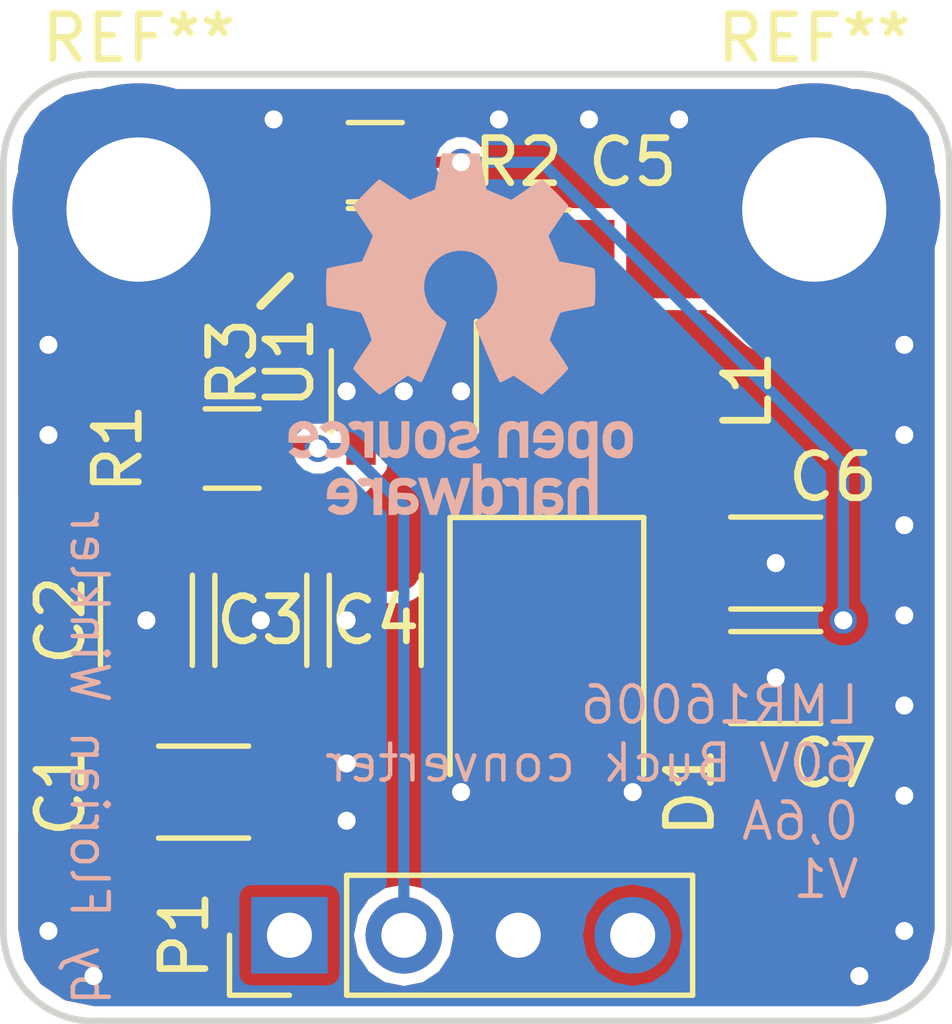
<source format=kicad_pcb>
(kicad_pcb (version 4) (host pcbnew 4.0.5)

  (general
    (links 0)
    (no_connects 0)
    (area 119.924999 88.924999 141.075001 110.075001)
    (thickness 1.6)
    (drawings 11)
    (tracks 154)
    (zones 0)
    (modules 17)
    (nets 8)
  )

  (page A4)
  (layers
    (0 F.Cu signal)
    (31 B.Cu signal)
    (32 B.Adhes user)
    (33 F.Adhes user)
    (34 B.Paste user)
    (35 F.Paste user)
    (36 B.SilkS user)
    (37 F.SilkS user)
    (38 B.Mask user)
    (39 F.Mask user)
    (40 Dwgs.User user)
    (41 Cmts.User user)
    (42 Eco1.User user)
    (43 Eco2.User user)
    (44 Edge.Cuts user)
    (45 Margin user)
    (46 B.CrtYd user)
    (47 F.CrtYd user)
    (48 B.Fab user)
    (49 F.Fab user hide)
  )

  (setup
    (last_trace_width 0.25)
    (user_trace_width 0.25)
    (user_trace_width 0.5)
    (user_trace_width 1)
    (trace_clearance 0.2)
    (zone_clearance 0.254)
    (zone_45_only no)
    (trace_min 0.2)
    (segment_width 0.2)
    (edge_width 0.15)
    (via_size 0.6)
    (via_drill 0.4)
    (via_min_size 0.4)
    (via_min_drill 0.3)
    (uvia_size 0.3)
    (uvia_drill 0.1)
    (uvias_allowed no)
    (uvia_min_size 0.2)
    (uvia_min_drill 0.1)
    (pcb_text_width 0.3)
    (pcb_text_size 1.5 1.5)
    (mod_edge_width 0.15)
    (mod_text_size 1 1)
    (mod_text_width 0.15)
    (pad_size 5.6 5.6)
    (pad_drill 3.2)
    (pad_to_mask_clearance 0.2)
    (aux_axis_origin 120 110)
    (grid_origin 120 110)
    (visible_elements FFFFFF7F)
    (pcbplotparams
      (layerselection 0x00030_80000001)
      (usegerberextensions false)
      (excludeedgelayer true)
      (linewidth 0.100000)
      (plotframeref false)
      (viasonmask false)
      (mode 1)
      (useauxorigin false)
      (hpglpennumber 1)
      (hpglpenspeed 20)
      (hpglpendiameter 15)
      (hpglpenoverlay 2)
      (psnegative false)
      (psa4output false)
      (plotreference true)
      (plotvalue true)
      (plotinvisibletext false)
      (padsonsilk false)
      (subtractmaskfromsilk false)
      (outputformat 1)
      (mirror false)
      (drillshape 1)
      (scaleselection 1)
      (outputdirectory ""))
  )

  (net 0 "")
  (net 1 VCC)
  (net 2 GND)
  (net 3 "Net-(C5-Pad1)")
  (net 4 "Net-(C5-Pad2)")
  (net 5 VAA)
  (net 6 /SHDN)
  (net 7 "Net-(R2-Pad2)")

  (net_class Default "This is the default net class."
    (clearance 0.2)
    (trace_width 0.25)
    (via_dia 0.6)
    (via_drill 0.4)
    (uvia_dia 0.3)
    (uvia_drill 0.1)
    (add_net /SHDN)
    (add_net GND)
    (add_net "Net-(C5-Pad1)")
    (add_net "Net-(C5-Pad2)")
    (add_net "Net-(R2-Pad2)")
    (add_net VAA)
    (add_net VCC)
  )

  (module Mounting_Holes:MountingHole_3.2mm_M3_DIN965_Pad (layer F.Cu) (tedit 58E2A2EB) (tstamp 58E299A4)
    (at 138 92)
    (descr "Mounting Hole 3.2mm, M3, DIN965")
    (tags "mounting hole 3.2mm m3 din965")
    (fp_text reference REF** (at 0 -3.8) (layer F.SilkS)
      (effects (font (size 1 1) (thickness 0.15)))
    )
    (fp_text value MountingHole_3.2mm_M3_DIN965_Pad (at 0 3.8) (layer F.Fab)
      (effects (font (size 1 1) (thickness 0.15)))
    )
    (fp_circle (center 0 0) (end 2.8 0) (layer Cmts.User) (width 0.15))
    (fp_circle (center 0 0) (end 3.05 0) (layer F.CrtYd) (width 0.05))
    (pad 1 thru_hole circle (at 0 0) (size 5.6 5.6) (drill 3.2) (layers *.Cu *.Mask)
      (net 2 GND))
  )

  (module Mounting_Holes:MountingHole_3.2mm_M3_DIN965_Pad (layer F.Cu) (tedit 58E2A2E6) (tstamp 58E29991)
    (at 123 92)
    (descr "Mounting Hole 3.2mm, M3, DIN965")
    (tags "mounting hole 3.2mm m3 din965")
    (fp_text reference REF** (at 0 -3.8) (layer F.SilkS)
      (effects (font (size 1 1) (thickness 0.15)))
    )
    (fp_text value MountingHole_3.2mm_M3_DIN965_Pad (at 0 3.8) (layer F.Fab)
      (effects (font (size 1 1) (thickness 0.15)))
    )
    (fp_circle (center 0 0) (end 2.8 0) (layer Cmts.User) (width 0.15))
    (fp_circle (center 0 0) (end 3.05 0) (layer F.CrtYd) (width 0.05))
    (pad 1 thru_hole circle (at 0 0) (size 5.6 5.6) (drill 3.2) (layers *.Cu *.Mask)
      (net 2 GND))
  )

  (module Capacitors_SMD:C_1206 (layer F.Cu) (tedit 58AA84B8) (tstamp 58E29AB6)
    (at 124.445 104.92)
    (descr "Capacitor SMD 1206, reflow soldering, AVX (see smccp.pdf)")
    (tags "capacitor 1206")
    (path /58E20461)
    (attr smd)
    (fp_text reference C1 (at -3.175 0 90) (layer F.SilkS)
      (effects (font (size 1 1) (thickness 0.15)))
    )
    (fp_text value 1µF (at 0 2) (layer F.Fab)
      (effects (font (size 1 1) (thickness 0.15)))
    )
    (fp_text user %R (at 0 -1.75) (layer F.Fab)
      (effects (font (size 1 1) (thickness 0.15)))
    )
    (fp_line (start -1.6 0.8) (end -1.6 -0.8) (layer F.Fab) (width 0.1))
    (fp_line (start 1.6 0.8) (end -1.6 0.8) (layer F.Fab) (width 0.1))
    (fp_line (start 1.6 -0.8) (end 1.6 0.8) (layer F.Fab) (width 0.1))
    (fp_line (start -1.6 -0.8) (end 1.6 -0.8) (layer F.Fab) (width 0.1))
    (fp_line (start 1 -1.02) (end -1 -1.02) (layer F.SilkS) (width 0.12))
    (fp_line (start -1 1.02) (end 1 1.02) (layer F.SilkS) (width 0.12))
    (fp_line (start -2.25 -1.05) (end 2.25 -1.05) (layer F.CrtYd) (width 0.05))
    (fp_line (start -2.25 -1.05) (end -2.25 1.05) (layer F.CrtYd) (width 0.05))
    (fp_line (start 2.25 1.05) (end 2.25 -1.05) (layer F.CrtYd) (width 0.05))
    (fp_line (start 2.25 1.05) (end -2.25 1.05) (layer F.CrtYd) (width 0.05))
    (pad 1 smd rect (at -1.5 0) (size 1 1.6) (layers F.Cu F.Paste F.Mask)
      (net 1 VCC))
    (pad 2 smd rect (at 1.5 0) (size 1 1.6) (layers F.Cu F.Paste F.Mask)
      (net 2 GND))
    (model Capacitors_SMD.3dshapes/C_1206.wrl
      (at (xyz 0 0 0))
      (scale (xyz 1 1 1))
      (rotate (xyz 0 0 0))
    )
  )

  (module Capacitors_SMD:C_1206 (layer F.Cu) (tedit 58AA84B8) (tstamp 58E29AC7)
    (at 123.175 101.11 270)
    (descr "Capacitor SMD 1206, reflow soldering, AVX (see smccp.pdf)")
    (tags "capacitor 1206")
    (path /58E20440)
    (attr smd)
    (fp_text reference C2 (at 0 1.905 450) (layer F.SilkS)
      (effects (font (size 1 1) (thickness 0.15)))
    )
    (fp_text value 1µF (at 0 2 270) (layer F.Fab)
      (effects (font (size 1 1) (thickness 0.15)))
    )
    (fp_text user %R (at 0 -1.75 270) (layer F.Fab)
      (effects (font (size 1 1) (thickness 0.15)))
    )
    (fp_line (start -1.6 0.8) (end -1.6 -0.8) (layer F.Fab) (width 0.1))
    (fp_line (start 1.6 0.8) (end -1.6 0.8) (layer F.Fab) (width 0.1))
    (fp_line (start 1.6 -0.8) (end 1.6 0.8) (layer F.Fab) (width 0.1))
    (fp_line (start -1.6 -0.8) (end 1.6 -0.8) (layer F.Fab) (width 0.1))
    (fp_line (start 1 -1.02) (end -1 -1.02) (layer F.SilkS) (width 0.12))
    (fp_line (start -1 1.02) (end 1 1.02) (layer F.SilkS) (width 0.12))
    (fp_line (start -2.25 -1.05) (end 2.25 -1.05) (layer F.CrtYd) (width 0.05))
    (fp_line (start -2.25 -1.05) (end -2.25 1.05) (layer F.CrtYd) (width 0.05))
    (fp_line (start 2.25 1.05) (end 2.25 -1.05) (layer F.CrtYd) (width 0.05))
    (fp_line (start 2.25 1.05) (end -2.25 1.05) (layer F.CrtYd) (width 0.05))
    (pad 1 smd rect (at -1.5 0 270) (size 1 1.6) (layers F.Cu F.Paste F.Mask)
      (net 1 VCC))
    (pad 2 smd rect (at 1.5 0 270) (size 1 1.6) (layers F.Cu F.Paste F.Mask)
      (net 2 GND))
    (model Capacitors_SMD.3dshapes/C_1206.wrl
      (at (xyz 0 0 0))
      (scale (xyz 1 1 1))
      (rotate (xyz 0 0 0))
    )
  )

  (module Capacitors_SMD:C_1206 (layer F.Cu) (tedit 58AA84B8) (tstamp 58E29AD8)
    (at 125.715 101.11 270)
    (descr "Capacitor SMD 1206, reflow soldering, AVX (see smccp.pdf)")
    (tags "capacitor 1206")
    (path /58E20422)
    (attr smd)
    (fp_text reference C3 (at 0 0 360) (layer F.SilkS)
      (effects (font (size 1 1) (thickness 0.15)))
    )
    (fp_text value 1µF (at 0 2 270) (layer F.Fab)
      (effects (font (size 1 1) (thickness 0.15)))
    )
    (fp_text user %R (at 0 -1.75 270) (layer F.Fab)
      (effects (font (size 1 1) (thickness 0.15)))
    )
    (fp_line (start -1.6 0.8) (end -1.6 -0.8) (layer F.Fab) (width 0.1))
    (fp_line (start 1.6 0.8) (end -1.6 0.8) (layer F.Fab) (width 0.1))
    (fp_line (start 1.6 -0.8) (end 1.6 0.8) (layer F.Fab) (width 0.1))
    (fp_line (start -1.6 -0.8) (end 1.6 -0.8) (layer F.Fab) (width 0.1))
    (fp_line (start 1 -1.02) (end -1 -1.02) (layer F.SilkS) (width 0.12))
    (fp_line (start -1 1.02) (end 1 1.02) (layer F.SilkS) (width 0.12))
    (fp_line (start -2.25 -1.05) (end 2.25 -1.05) (layer F.CrtYd) (width 0.05))
    (fp_line (start -2.25 -1.05) (end -2.25 1.05) (layer F.CrtYd) (width 0.05))
    (fp_line (start 2.25 1.05) (end 2.25 -1.05) (layer F.CrtYd) (width 0.05))
    (fp_line (start 2.25 1.05) (end -2.25 1.05) (layer F.CrtYd) (width 0.05))
    (pad 1 smd rect (at -1.5 0 270) (size 1 1.6) (layers F.Cu F.Paste F.Mask)
      (net 1 VCC))
    (pad 2 smd rect (at 1.5 0 270) (size 1 1.6) (layers F.Cu F.Paste F.Mask)
      (net 2 GND))
    (model Capacitors_SMD.3dshapes/C_1206.wrl
      (at (xyz 0 0 0))
      (scale (xyz 1 1 1))
      (rotate (xyz 0 0 0))
    )
  )

  (module Capacitors_SMD:C_1206 (layer F.Cu) (tedit 58AA84B8) (tstamp 58E29AE9)
    (at 128.255 101.11 270)
    (descr "Capacitor SMD 1206, reflow soldering, AVX (see smccp.pdf)")
    (tags "capacitor 1206")
    (path /58E203FB)
    (attr smd)
    (fp_text reference C4 (at 0 0 540) (layer F.SilkS)
      (effects (font (size 1 1) (thickness 0.15)))
    )
    (fp_text value 1µF (at 0 2 270) (layer F.Fab)
      (effects (font (size 1 1) (thickness 0.15)))
    )
    (fp_text user %R (at 0 -1.75 270) (layer F.Fab)
      (effects (font (size 1 1) (thickness 0.15)))
    )
    (fp_line (start -1.6 0.8) (end -1.6 -0.8) (layer F.Fab) (width 0.1))
    (fp_line (start 1.6 0.8) (end -1.6 0.8) (layer F.Fab) (width 0.1))
    (fp_line (start 1.6 -0.8) (end 1.6 0.8) (layer F.Fab) (width 0.1))
    (fp_line (start -1.6 -0.8) (end 1.6 -0.8) (layer F.Fab) (width 0.1))
    (fp_line (start 1 -1.02) (end -1 -1.02) (layer F.SilkS) (width 0.12))
    (fp_line (start -1 1.02) (end 1 1.02) (layer F.SilkS) (width 0.12))
    (fp_line (start -2.25 -1.05) (end 2.25 -1.05) (layer F.CrtYd) (width 0.05))
    (fp_line (start -2.25 -1.05) (end -2.25 1.05) (layer F.CrtYd) (width 0.05))
    (fp_line (start 2.25 1.05) (end 2.25 -1.05) (layer F.CrtYd) (width 0.05))
    (fp_line (start 2.25 1.05) (end -2.25 1.05) (layer F.CrtYd) (width 0.05))
    (pad 1 smd rect (at -1.5 0 270) (size 1 1.6) (layers F.Cu F.Paste F.Mask)
      (net 1 VCC))
    (pad 2 smd rect (at 1.5 0 270) (size 1 1.6) (layers F.Cu F.Paste F.Mask)
      (net 2 GND))
    (model Capacitors_SMD.3dshapes/C_1206.wrl
      (at (xyz 0 0 0))
      (scale (xyz 1 1 1))
      (rotate (xyz 0 0 0))
    )
  )

  (module Capacitors_SMD:C_0805 (layer F.Cu) (tedit 58AA8463) (tstamp 58E29AFA)
    (at 132.065 92.855)
    (descr "Capacitor SMD 0805, reflow soldering, AVX (see smccp.pdf)")
    (tags "capacitor 0805")
    (path /58E20485)
    (attr smd)
    (fp_text reference C5 (at 1.905 -1.905 180) (layer F.SilkS)
      (effects (font (size 1 1) (thickness 0.15)))
    )
    (fp_text value 100nF (at 0 1.75) (layer F.Fab)
      (effects (font (size 1 1) (thickness 0.15)))
    )
    (fp_text user %R (at 0 -1.5) (layer F.Fab)
      (effects (font (size 1 1) (thickness 0.15)))
    )
    (fp_line (start -1 0.62) (end -1 -0.62) (layer F.Fab) (width 0.1))
    (fp_line (start 1 0.62) (end -1 0.62) (layer F.Fab) (width 0.1))
    (fp_line (start 1 -0.62) (end 1 0.62) (layer F.Fab) (width 0.1))
    (fp_line (start -1 -0.62) (end 1 -0.62) (layer F.Fab) (width 0.1))
    (fp_line (start 0.5 -0.85) (end -0.5 -0.85) (layer F.SilkS) (width 0.12))
    (fp_line (start -0.5 0.85) (end 0.5 0.85) (layer F.SilkS) (width 0.12))
    (fp_line (start -1.75 -0.88) (end 1.75 -0.88) (layer F.CrtYd) (width 0.05))
    (fp_line (start -1.75 -0.88) (end -1.75 0.87) (layer F.CrtYd) (width 0.05))
    (fp_line (start 1.75 0.87) (end 1.75 -0.88) (layer F.CrtYd) (width 0.05))
    (fp_line (start 1.75 0.87) (end -1.75 0.87) (layer F.CrtYd) (width 0.05))
    (pad 1 smd rect (at -1 0) (size 1 1.25) (layers F.Cu F.Paste F.Mask)
      (net 3 "Net-(C5-Pad1)"))
    (pad 2 smd rect (at 1 0) (size 1 1.25) (layers F.Cu F.Paste F.Mask)
      (net 4 "Net-(C5-Pad2)"))
    (model Capacitors_SMD.3dshapes/C_0805.wrl
      (at (xyz 0 0 0))
      (scale (xyz 1 1 1))
      (rotate (xyz 0 0 0))
    )
  )

  (module Capacitors_SMD:C_1206 (layer F.Cu) (tedit 58AA84B8) (tstamp 58E29B0B)
    (at 137.145 99.84 180)
    (descr "Capacitor SMD 1206, reflow soldering, AVX (see smccp.pdf)")
    (tags "capacitor 1206")
    (path /58E205AC)
    (attr smd)
    (fp_text reference C6 (at -1.27 1.905 180) (layer F.SilkS)
      (effects (font (size 1 1) (thickness 0.15)))
    )
    (fp_text value 10µF (at 0 2 180) (layer F.Fab)
      (effects (font (size 1 1) (thickness 0.15)))
    )
    (fp_text user %R (at 0 -1.75 180) (layer F.Fab)
      (effects (font (size 1 1) (thickness 0.15)))
    )
    (fp_line (start -1.6 0.8) (end -1.6 -0.8) (layer F.Fab) (width 0.1))
    (fp_line (start 1.6 0.8) (end -1.6 0.8) (layer F.Fab) (width 0.1))
    (fp_line (start 1.6 -0.8) (end 1.6 0.8) (layer F.Fab) (width 0.1))
    (fp_line (start -1.6 -0.8) (end 1.6 -0.8) (layer F.Fab) (width 0.1))
    (fp_line (start 1 -1.02) (end -1 -1.02) (layer F.SilkS) (width 0.12))
    (fp_line (start -1 1.02) (end 1 1.02) (layer F.SilkS) (width 0.12))
    (fp_line (start -2.25 -1.05) (end 2.25 -1.05) (layer F.CrtYd) (width 0.05))
    (fp_line (start -2.25 -1.05) (end -2.25 1.05) (layer F.CrtYd) (width 0.05))
    (fp_line (start 2.25 1.05) (end 2.25 -1.05) (layer F.CrtYd) (width 0.05))
    (fp_line (start 2.25 1.05) (end -2.25 1.05) (layer F.CrtYd) (width 0.05))
    (pad 1 smd rect (at -1.5 0 180) (size 1 1.6) (layers F.Cu F.Paste F.Mask)
      (net 5 VAA))
    (pad 2 smd rect (at 1.5 0 180) (size 1 1.6) (layers F.Cu F.Paste F.Mask)
      (net 2 GND))
    (model Capacitors_SMD.3dshapes/C_1206.wrl
      (at (xyz 0 0 0))
      (scale (xyz 1 1 1))
      (rotate (xyz 0 0 0))
    )
  )

  (module Capacitors_SMD:C_1206 (layer F.Cu) (tedit 58AA84B8) (tstamp 58E29B1C)
    (at 137.145 102.38 180)
    (descr "Capacitor SMD 1206, reflow soldering, AVX (see smccp.pdf)")
    (tags "capacitor 1206")
    (path /58E2A5F1)
    (attr smd)
    (fp_text reference C7 (at -1.27 -1.905 180) (layer F.SilkS)
      (effects (font (size 1 1) (thickness 0.15)))
    )
    (fp_text value 10µF (at 0 2 180) (layer F.Fab)
      (effects (font (size 1 1) (thickness 0.15)))
    )
    (fp_text user %R (at 0 -1.75 180) (layer F.Fab)
      (effects (font (size 1 1) (thickness 0.15)))
    )
    (fp_line (start -1.6 0.8) (end -1.6 -0.8) (layer F.Fab) (width 0.1))
    (fp_line (start 1.6 0.8) (end -1.6 0.8) (layer F.Fab) (width 0.1))
    (fp_line (start 1.6 -0.8) (end 1.6 0.8) (layer F.Fab) (width 0.1))
    (fp_line (start -1.6 -0.8) (end 1.6 -0.8) (layer F.Fab) (width 0.1))
    (fp_line (start 1 -1.02) (end -1 -1.02) (layer F.SilkS) (width 0.12))
    (fp_line (start -1 1.02) (end 1 1.02) (layer F.SilkS) (width 0.12))
    (fp_line (start -2.25 -1.05) (end 2.25 -1.05) (layer F.CrtYd) (width 0.05))
    (fp_line (start -2.25 -1.05) (end -2.25 1.05) (layer F.CrtYd) (width 0.05))
    (fp_line (start 2.25 1.05) (end 2.25 -1.05) (layer F.CrtYd) (width 0.05))
    (fp_line (start 2.25 1.05) (end -2.25 1.05) (layer F.CrtYd) (width 0.05))
    (pad 1 smd rect (at -1.5 0 180) (size 1 1.6) (layers F.Cu F.Paste F.Mask)
      (net 5 VAA))
    (pad 2 smd rect (at 1.5 0 180) (size 1 1.6) (layers F.Cu F.Paste F.Mask)
      (net 2 GND))
    (model Capacitors_SMD.3dshapes/C_1206.wrl
      (at (xyz 0 0 0))
      (scale (xyz 1 1 1))
      (rotate (xyz 0 0 0))
    )
  )

  (module Diodes_SMD:D_SMB_Standard (layer F.Cu) (tedit 58645DF3) (tstamp 58E29B33)
    (at 132.065 102.38 270)
    (descr "Diode SMB Standard")
    (tags "Diode SMB Standard")
    (path /58E20504)
    (attr smd)
    (fp_text reference D1 (at 2.54 -3.175 270) (layer F.SilkS)
      (effects (font (size 1 1) (thickness 0.15)))
    )
    (fp_text value SMB (at 0.05 4.7 270) (layer F.Fab)
      (effects (font (size 1 1) (thickness 0.15)))
    )
    (fp_line (start -3.55 -2.15) (end -3.55 2.15) (layer F.SilkS) (width 0.12))
    (fp_line (start 2.3 2) (end -2.3 2) (layer F.Fab) (width 0.1))
    (fp_line (start -2.3 2) (end -2.3 -2) (layer F.Fab) (width 0.1))
    (fp_line (start 2.3 -2) (end 2.3 2) (layer F.Fab) (width 0.1))
    (fp_line (start 2.3 -2) (end -2.3 -2) (layer F.Fab) (width 0.1))
    (fp_line (start -3.65 -2.25) (end 3.65 -2.25) (layer F.CrtYd) (width 0.05))
    (fp_line (start 3.65 -2.25) (end 3.65 2.25) (layer F.CrtYd) (width 0.05))
    (fp_line (start 3.65 2.25) (end -3.65 2.25) (layer F.CrtYd) (width 0.05))
    (fp_line (start -3.65 2.25) (end -3.65 -2.25) (layer F.CrtYd) (width 0.05))
    (fp_line (start -0.64944 0.00102) (end -1.55114 0.00102) (layer F.Fab) (width 0.1))
    (fp_line (start 0.50118 0.00102) (end 1.4994 0.00102) (layer F.Fab) (width 0.1))
    (fp_line (start -0.64944 -0.79908) (end -0.64944 0.80112) (layer F.Fab) (width 0.1))
    (fp_line (start 0.50118 0.75032) (end 0.50118 -0.79908) (layer F.Fab) (width 0.1))
    (fp_line (start -0.64944 0.00102) (end 0.50118 0.75032) (layer F.Fab) (width 0.1))
    (fp_line (start -0.64944 0.00102) (end 0.50118 -0.79908) (layer F.Fab) (width 0.1))
    (fp_line (start -3.55 2.15) (end 2.15 2.15) (layer F.SilkS) (width 0.12))
    (fp_line (start -3.55 -2.15) (end 2.15 -2.15) (layer F.SilkS) (width 0.12))
    (pad 1 smd rect (at -2.15 0 270) (size 2.5 2.3) (layers F.Cu F.Paste F.Mask)
      (net 4 "Net-(C5-Pad2)"))
    (pad 2 smd rect (at 2.15 0 270) (size 2.5 2.3) (layers F.Cu F.Paste F.Mask)
      (net 2 GND))
    (model Diodes_SMD.3dshapes/D_SMB_Standard.wrl
      (at (xyz 0 0 0))
      (scale (xyz 1 1 1))
      (rotate (xyz 0 0 0))
    )
  )

  (module inductors:SRN4026 (layer F.Cu) (tedit 57AB315B) (tstamp 58E29B39)
    (at 133.335 96.03 180)
    (descr Inductor)
    (tags inductor,srn4026)
    (path /58E2038C)
    (fp_text reference L1 (at -3.175 0 270) (layer F.SilkS)
      (effects (font (size 1 1) (thickness 0.15)))
    )
    (fp_text value 22µH (at 0 -2.54 180) (layer F.Fab)
      (effects (font (size 1 1) (thickness 0.15)))
    )
    (pad 1 smd rect (at -1.525 0 270) (size 3.6 1.5) (layers F.Cu F.Paste F.Mask)
      (net 5 VAA))
    (pad 2 smd rect (at 1.525 0 270) (size 3.6 1.5) (layers F.Cu F.Paste F.Mask)
      (net 4 "Net-(C5-Pad2)"))
  )

  (module Pin_Headers:Pin_Header_Straight_1x04_Pitch2.54mm (layer F.Cu) (tedit 58CD4EC1) (tstamp 58E29B50)
    (at 126.35 108.095 90)
    (descr "Through hole straight pin header, 1x04, 2.54mm pitch, single row")
    (tags "Through hole pin header THT 1x04 2.54mm single row")
    (path /58E29746)
    (fp_text reference P1 (at 0 -2.33 90) (layer F.SilkS)
      (effects (font (size 1 1) (thickness 0.15)))
    )
    (fp_text value CONN_01X04 (at 0 9.95 90) (layer F.Fab)
      (effects (font (size 1 1) (thickness 0.15)))
    )
    (fp_line (start -1.27 -1.27) (end -1.27 8.89) (layer F.Fab) (width 0.1))
    (fp_line (start -1.27 8.89) (end 1.27 8.89) (layer F.Fab) (width 0.1))
    (fp_line (start 1.27 8.89) (end 1.27 -1.27) (layer F.Fab) (width 0.1))
    (fp_line (start 1.27 -1.27) (end -1.27 -1.27) (layer F.Fab) (width 0.1))
    (fp_line (start -1.33 1.27) (end -1.33 8.95) (layer F.SilkS) (width 0.12))
    (fp_line (start -1.33 8.95) (end 1.33 8.95) (layer F.SilkS) (width 0.12))
    (fp_line (start 1.33 8.95) (end 1.33 1.27) (layer F.SilkS) (width 0.12))
    (fp_line (start 1.33 1.27) (end -1.33 1.27) (layer F.SilkS) (width 0.12))
    (fp_line (start -1.33 0) (end -1.33 -1.33) (layer F.SilkS) (width 0.12))
    (fp_line (start -1.33 -1.33) (end 0 -1.33) (layer F.SilkS) (width 0.12))
    (fp_line (start -1.8 -1.8) (end -1.8 9.4) (layer F.CrtYd) (width 0.05))
    (fp_line (start -1.8 9.4) (end 1.8 9.4) (layer F.CrtYd) (width 0.05))
    (fp_line (start 1.8 9.4) (end 1.8 -1.8) (layer F.CrtYd) (width 0.05))
    (fp_line (start 1.8 -1.8) (end -1.8 -1.8) (layer F.CrtYd) (width 0.05))
    (fp_text user %R (at 0 -2.33 90) (layer F.Fab)
      (effects (font (size 1 1) (thickness 0.15)))
    )
    (pad 1 thru_hole rect (at 0 0 90) (size 1.7 1.7) (drill 1) (layers *.Cu *.Mask)
      (net 1 VCC))
    (pad 2 thru_hole oval (at 0 2.54 90) (size 1.7 1.7) (drill 1) (layers *.Cu *.Mask)
      (net 6 /SHDN))
    (pad 3 thru_hole oval (at 0 5.08 90) (size 1.7 1.7) (drill 1) (layers *.Cu *.Mask)
      (net 2 GND))
    (pad 4 thru_hole oval (at 0 7.62 90) (size 1.7 1.7) (drill 1) (layers *.Cu *.Mask)
      (net 5 VAA))
    (model ${KISYS3DMOD}/Pin_Headers.3dshapes/Pin_Header_Straight_1x04_Pitch2.54mm.wrl
      (at (xyz 0 -0.15 0))
      (scale (xyz 1 1 1))
      (rotate (xyz 0 0 90))
    )
  )

  (module Resistors_SMD:R_0805 (layer F.Cu) (tedit 58E0A804) (tstamp 58E29B61)
    (at 125.08 97.3 180)
    (descr "Resistor SMD 0805, reflow soldering, Vishay (see dcrcw.pdf)")
    (tags "resistor 0805")
    (path /58E2A2D2)
    (attr smd)
    (fp_text reference R1 (at 2.54 0 270) (layer F.SilkS)
      (effects (font (size 1 1) (thickness 0.15)))
    )
    (fp_text value 100kΩ (at -0.315 1.75 180) (layer F.Fab)
      (effects (font (size 1 1) (thickness 0.15)))
    )
    (fp_text user %R (at 0 0 180) (layer F.Fab)
      (effects (font (size 0.5 0.5) (thickness 0.075)))
    )
    (fp_line (start -1 0.62) (end -1 -0.62) (layer F.Fab) (width 0.1))
    (fp_line (start 1 0.62) (end -1 0.62) (layer F.Fab) (width 0.1))
    (fp_line (start 1 -0.62) (end 1 0.62) (layer F.Fab) (width 0.1))
    (fp_line (start -1 -0.62) (end 1 -0.62) (layer F.Fab) (width 0.1))
    (fp_line (start 0.6 0.88) (end -0.6 0.88) (layer F.SilkS) (width 0.12))
    (fp_line (start -0.6 -0.88) (end 0.6 -0.88) (layer F.SilkS) (width 0.12))
    (fp_line (start -1.55 -0.9) (end 1.55 -0.9) (layer F.CrtYd) (width 0.05))
    (fp_line (start -1.55 -0.9) (end -1.55 0.9) (layer F.CrtYd) (width 0.05))
    (fp_line (start 1.55 0.9) (end 1.55 -0.9) (layer F.CrtYd) (width 0.05))
    (fp_line (start 1.55 0.9) (end -1.55 0.9) (layer F.CrtYd) (width 0.05))
    (pad 1 smd rect (at -0.95 0 180) (size 0.7 1.3) (layers F.Cu F.Paste F.Mask)
      (net 6 /SHDN))
    (pad 2 smd rect (at 0.95 0 180) (size 0.7 1.3) (layers F.Cu F.Paste F.Mask)
      (net 1 VCC))
    (model ${KISYS3DMOD}/Resistors_SMD.3dshapes/R_0805.wrl
      (at (xyz 0 0 0))
      (scale (xyz 1 1 1))
      (rotate (xyz 0 0 0))
    )
  )

  (module Resistors_SMD:R_0805 (layer F.Cu) (tedit 58E0A804) (tstamp 58E29B72)
    (at 128.255 90.95 180)
    (descr "Resistor SMD 0805, reflow soldering, Vishay (see dcrcw.pdf)")
    (tags "resistor 0805")
    (path /58E20610)
    (attr smd)
    (fp_text reference R2 (at -3.175 0 360) (layer F.SilkS)
      (effects (font (size 1 1) (thickness 0.15)))
    )
    (fp_text value R (at 0 1.75 180) (layer F.Fab)
      (effects (font (size 1 1) (thickness 0.15)))
    )
    (fp_text user %R (at -0.315 0 180) (layer F.Fab)
      (effects (font (size 0.5 0.5) (thickness 0.075)))
    )
    (fp_line (start -1 0.62) (end -1 -0.62) (layer F.Fab) (width 0.1))
    (fp_line (start 1 0.62) (end -1 0.62) (layer F.Fab) (width 0.1))
    (fp_line (start 1 -0.62) (end 1 0.62) (layer F.Fab) (width 0.1))
    (fp_line (start -1 -0.62) (end 1 -0.62) (layer F.Fab) (width 0.1))
    (fp_line (start 0.6 0.88) (end -0.6 0.88) (layer F.SilkS) (width 0.12))
    (fp_line (start -0.6 -0.88) (end 0.6 -0.88) (layer F.SilkS) (width 0.12))
    (fp_line (start -1.55 -0.9) (end 1.55 -0.9) (layer F.CrtYd) (width 0.05))
    (fp_line (start -1.55 -0.9) (end -1.55 0.9) (layer F.CrtYd) (width 0.05))
    (fp_line (start 1.55 0.9) (end 1.55 -0.9) (layer F.CrtYd) (width 0.05))
    (fp_line (start 1.55 0.9) (end -1.55 0.9) (layer F.CrtYd) (width 0.05))
    (pad 1 smd rect (at -0.95 0 180) (size 0.7 1.3) (layers F.Cu F.Paste F.Mask)
      (net 5 VAA))
    (pad 2 smd rect (at 0.95 0 180) (size 0.7 1.3) (layers F.Cu F.Paste F.Mask)
      (net 7 "Net-(R2-Pad2)"))
    (model ${KISYS3DMOD}/Resistors_SMD.3dshapes/R_0805.wrl
      (at (xyz 0 0 0))
      (scale (xyz 1 1 1))
      (rotate (xyz 0 0 0))
    )
  )

  (module Resistors_SMD:R_0805 (layer F.Cu) (tedit 58E0A804) (tstamp 58E29B83)
    (at 128.255 92.855)
    (descr "Resistor SMD 0805, reflow soldering, Vishay (see dcrcw.pdf)")
    (tags "resistor 0805")
    (path /58E206DD)
    (attr smd)
    (fp_text reference R3 (at -3.175 2.54 270) (layer F.SilkS)
      (effects (font (size 1 1) (thickness 0.15)))
    )
    (fp_text value R (at 0 1.75) (layer F.Fab)
      (effects (font (size 1 1) (thickness 0.15)))
    )
    (fp_text user %R (at 0 0 180) (layer F.Fab)
      (effects (font (size 0.5 0.5) (thickness 0.075)))
    )
    (fp_line (start -1 0.62) (end -1 -0.62) (layer F.Fab) (width 0.1))
    (fp_line (start 1 0.62) (end -1 0.62) (layer F.Fab) (width 0.1))
    (fp_line (start 1 -0.62) (end 1 0.62) (layer F.Fab) (width 0.1))
    (fp_line (start -1 -0.62) (end 1 -0.62) (layer F.Fab) (width 0.1))
    (fp_line (start 0.6 0.88) (end -0.6 0.88) (layer F.SilkS) (width 0.12))
    (fp_line (start -0.6 -0.88) (end 0.6 -0.88) (layer F.SilkS) (width 0.12))
    (fp_line (start -1.55 -0.9) (end 1.55 -0.9) (layer F.CrtYd) (width 0.05))
    (fp_line (start -1.55 -0.9) (end -1.55 0.9) (layer F.CrtYd) (width 0.05))
    (fp_line (start 1.55 0.9) (end 1.55 -0.9) (layer F.CrtYd) (width 0.05))
    (fp_line (start 1.55 0.9) (end -1.55 0.9) (layer F.CrtYd) (width 0.05))
    (pad 1 smd rect (at -0.95 0) (size 0.7 1.3) (layers F.Cu F.Paste F.Mask)
      (net 7 "Net-(R2-Pad2)"))
    (pad 2 smd rect (at 0.95 0) (size 0.7 1.3) (layers F.Cu F.Paste F.Mask)
      (net 2 GND))
    (model ${KISYS3DMOD}/Resistors_SMD.3dshapes/R_0805.wrl
      (at (xyz 0 0 0))
      (scale (xyz 1 1 1))
      (rotate (xyz 0 0 0))
    )
  )

  (module TO_SOT_Packages_SMD:SOT-23-6 (layer F.Cu) (tedit 58CE4E7E) (tstamp 58E29B99)
    (at 128.89 96.03 270)
    (descr "6-pin SOT-23 package")
    (tags SOT-23-6)
    (path /58E20357)
    (attr smd)
    (fp_text reference U1 (at -0.635 2.54 270) (layer F.SilkS)
      (effects (font (size 1 1) (thickness 0.15)))
    )
    (fp_text value LMR16006 (at 0 2.9 270) (layer F.Fab)
      (effects (font (size 1 1) (thickness 0.15)))
    )
    (fp_text user %R (at 0 0 450) (layer F.Fab)
      (effects (font (size 0.5 0.5) (thickness 0.075)))
    )
    (fp_line (start -0.9 1.61) (end 0.9 1.61) (layer F.SilkS) (width 0.12))
    (fp_line (start 0.9 -1.61) (end -1.55 -1.61) (layer F.SilkS) (width 0.12))
    (fp_line (start 1.9 -1.8) (end -1.9 -1.8) (layer F.CrtYd) (width 0.05))
    (fp_line (start 1.9 1.8) (end 1.9 -1.8) (layer F.CrtYd) (width 0.05))
    (fp_line (start -1.9 1.8) (end 1.9 1.8) (layer F.CrtYd) (width 0.05))
    (fp_line (start -1.9 -1.8) (end -1.9 1.8) (layer F.CrtYd) (width 0.05))
    (fp_line (start -0.9 -0.9) (end -0.25 -1.55) (layer F.Fab) (width 0.1))
    (fp_line (start 0.9 -1.55) (end -0.25 -1.55) (layer F.Fab) (width 0.1))
    (fp_line (start -0.9 -0.9) (end -0.9 1.55) (layer F.Fab) (width 0.1))
    (fp_line (start 0.9 1.55) (end -0.9 1.55) (layer F.Fab) (width 0.1))
    (fp_line (start 0.9 -1.55) (end 0.9 1.55) (layer F.Fab) (width 0.1))
    (pad 1 smd rect (at -1.1 -0.95 270) (size 1.06 0.65) (layers F.Cu F.Paste F.Mask)
      (net 3 "Net-(C5-Pad1)"))
    (pad 2 smd rect (at -1.1 0 270) (size 1.06 0.65) (layers F.Cu F.Paste F.Mask)
      (net 2 GND))
    (pad 3 smd rect (at -1.1 0.95 270) (size 1.06 0.65) (layers F.Cu F.Paste F.Mask)
      (net 7 "Net-(R2-Pad2)"))
    (pad 4 smd rect (at 1.1 0.95 270) (size 1.06 0.65) (layers F.Cu F.Paste F.Mask)
      (net 6 /SHDN))
    (pad 6 smd rect (at 1.1 -0.95 270) (size 1.06 0.65) (layers F.Cu F.Paste F.Mask)
      (net 4 "Net-(C5-Pad2)"))
    (pad 5 smd rect (at 1.1 0 270) (size 1.06 0.65) (layers F.Cu F.Paste F.Mask)
      (net 1 VCC))
    (model ${KISYS3DMOD}/TO_SOT_Packages_SMD.3dshapes/SOT-23-6.wrl
      (at (xyz 0 0 0))
      (scale (xyz 1 1 1))
      (rotate (xyz 0 0 0))
    )
  )

  (module Symbols:OSHW-Logo_7.5x8mm_SilkScreen (layer B.Cu) (tedit 0) (tstamp 58E2B088)
    (at 130.16 94.76 180)
    (descr "Open Source Hardware Logo")
    (tags "Logo OSHW")
    (attr virtual)
    (fp_text reference REF*** (at 0 0 180) (layer B.SilkS) hide
      (effects (font (size 1 1) (thickness 0.15)) (justify mirror))
    )
    (fp_text value OSHW-Logo_7.5x8mm_SilkScreen (at 0.75 0 180) (layer B.Fab) hide
      (effects (font (size 1 1) (thickness 0.15)) (justify mirror))
    )
    (fp_poly (pts (xy -2.53664 -1.952468) (xy -2.501408 -1.969874) (xy -2.45796 -2.000206) (xy -2.426294 -2.033283)
      (xy -2.404606 -2.074817) (xy -2.391097 -2.130522) (xy -2.383962 -2.206111) (xy -2.3814 -2.307296)
      (xy -2.38125 -2.350797) (xy -2.381688 -2.446135) (xy -2.383504 -2.514271) (xy -2.387455 -2.561418)
      (xy -2.394298 -2.59379) (xy -2.404789 -2.6176) (xy -2.415704 -2.633843) (xy -2.485381 -2.702952)
      (xy -2.567434 -2.744521) (xy -2.65595 -2.757023) (xy -2.745019 -2.738934) (xy -2.773237 -2.726142)
      (xy -2.84079 -2.690931) (xy -2.84079 -3.2427) (xy -2.791488 -3.217205) (xy -2.726527 -3.19748)
      (xy -2.64668 -3.192427) (xy -2.566948 -3.201756) (xy -2.506735 -3.222714) (xy -2.456792 -3.262627)
      (xy -2.414119 -3.319741) (xy -2.41091 -3.325605) (xy -2.397378 -3.353227) (xy -2.387495 -3.381068)
      (xy -2.380691 -3.414794) (xy -2.376399 -3.460071) (xy -2.374049 -3.522562) (xy -2.373072 -3.607935)
      (xy -2.372895 -3.70401) (xy -2.372895 -4.010526) (xy -2.556711 -4.010526) (xy -2.556711 -3.445339)
      (xy -2.608125 -3.402077) (xy -2.661534 -3.367472) (xy -2.712112 -3.36118) (xy -2.76297 -3.377372)
      (xy -2.790075 -3.393227) (xy -2.810249 -3.41581) (xy -2.824597 -3.44994) (xy -2.834224 -3.500434)
      (xy -2.840237 -3.572111) (xy -2.84374 -3.669788) (xy -2.844974 -3.734802) (xy -2.849145 -4.002171)
      (xy -2.936875 -4.007222) (xy -3.024606 -4.012273) (xy -3.024606 -2.353101) (xy -2.84079 -2.353101)
      (xy -2.836104 -2.4456) (xy -2.820312 -2.509809) (xy -2.790817 -2.549759) (xy -2.74502 -2.56948)
      (xy -2.69875 -2.573421) (xy -2.646372 -2.568892) (xy -2.61161 -2.551069) (xy -2.589872 -2.527519)
      (xy -2.57276 -2.502189) (xy -2.562573 -2.473969) (xy -2.55804 -2.434431) (xy -2.557891 -2.375142)
      (xy -2.559416 -2.325498) (xy -2.562919 -2.25071) (xy -2.568133 -2.201611) (xy -2.576913 -2.170467)
      (xy -2.591114 -2.149545) (xy -2.604516 -2.137452) (xy -2.660513 -2.111081) (xy -2.726789 -2.106822)
      (xy -2.764844 -2.115906) (xy -2.802523 -2.148196) (xy -2.827481 -2.211006) (xy -2.839578 -2.303894)
      (xy -2.84079 -2.353101) (xy -3.024606 -2.353101) (xy -3.024606 -1.938421) (xy -2.932698 -1.938421)
      (xy -2.877517 -1.940603) (xy -2.849048 -1.948351) (xy -2.840794 -1.963468) (xy -2.84079 -1.963916)
      (xy -2.83696 -1.97872) (xy -2.820067 -1.977039) (xy -2.786481 -1.960772) (xy -2.708222 -1.935887)
      (xy -2.620173 -1.933271) (xy -2.53664 -1.952468)) (layer B.SilkS) (width 0.01))
    (fp_poly (pts (xy -1.839543 -3.198184) (xy -1.76093 -3.21916) (xy -1.701084 -3.25718) (xy -1.658853 -3.306978)
      (xy -1.645725 -3.32823) (xy -1.636032 -3.350492) (xy -1.629256 -3.37897) (xy -1.624877 -3.418871)
      (xy -1.622376 -3.475401) (xy -1.621232 -3.553767) (xy -1.620928 -3.659176) (xy -1.620922 -3.687142)
      (xy -1.620922 -4.010526) (xy -1.701132 -4.010526) (xy -1.752294 -4.006943) (xy -1.790123 -3.997866)
      (xy -1.799601 -3.992268) (xy -1.825512 -3.982606) (xy -1.851976 -3.992268) (xy -1.895548 -4.00433)
      (xy -1.95884 -4.009185) (xy -2.02899 -4.007078) (xy -2.09314 -3.998256) (xy -2.130593 -3.986937)
      (xy -2.203067 -3.940412) (xy -2.24836 -3.875846) (xy -2.268722 -3.79) (xy -2.268912 -3.787796)
      (xy -2.267125 -3.749713) (xy -2.105527 -3.749713) (xy -2.091399 -3.79303) (xy -2.068388 -3.817408)
      (xy -2.022196 -3.835845) (xy -1.961225 -3.843205) (xy -1.899051 -3.839583) (xy -1.849249 -3.825074)
      (xy -1.835297 -3.815765) (xy -1.810915 -3.772753) (xy -1.804737 -3.723857) (xy -1.804737 -3.659605)
      (xy -1.897182 -3.659605) (xy -1.985005 -3.666366) (xy -2.051582 -3.68552) (xy -2.092998 -3.715376)
      (xy -2.105527 -3.749713) (xy -2.267125 -3.749713) (xy -2.26451 -3.694004) (xy -2.233576 -3.619847)
      (xy -2.175419 -3.563767) (xy -2.16738 -3.558665) (xy -2.132837 -3.542055) (xy -2.090082 -3.531996)
      (xy -2.030314 -3.527107) (xy -1.95931 -3.525983) (xy -1.804737 -3.525921) (xy -1.804737 -3.461125)
      (xy -1.811294 -3.41085) (xy -1.828025 -3.377169) (xy -1.829984 -3.375376) (xy -1.867217 -3.360642)
      (xy -1.92342 -3.354931) (xy -1.985533 -3.357737) (xy -2.04049 -3.368556) (xy -2.073101 -3.384782)
      (xy -2.090772 -3.39778) (xy -2.109431 -3.400262) (xy -2.135181 -3.389613) (xy -2.174127 -3.363218)
      (xy -2.23237 -3.318465) (xy -2.237716 -3.314273) (xy -2.234977 -3.29876) (xy -2.212124 -3.27296)
      (xy -2.177391 -3.244289) (xy -2.13901 -3.220166) (xy -2.126952 -3.21447) (xy -2.082966 -3.203103)
      (xy -2.018513 -3.194995) (xy -1.946503 -3.191743) (xy -1.943136 -3.191736) (xy -1.839543 -3.198184)) (layer B.SilkS) (width 0.01))
    (fp_poly (pts (xy -1.320119 -3.193486) (xy -1.295112 -3.200982) (xy -1.28705 -3.217451) (xy -1.286711 -3.224886)
      (xy -1.285264 -3.245594) (xy -1.275302 -3.248845) (xy -1.248388 -3.234648) (xy -1.232402 -3.224948)
      (xy -1.181967 -3.204175) (xy -1.121728 -3.193904) (xy -1.058566 -3.193114) (xy -0.999363 -3.200786)
      (xy -0.950998 -3.215898) (xy -0.920354 -3.237432) (xy -0.914311 -3.264366) (xy -0.917361 -3.27166)
      (xy -0.939594 -3.301937) (xy -0.97407 -3.339175) (xy -0.980306 -3.345195) (xy -1.013167 -3.372875)
      (xy -1.04152 -3.381818) (xy -1.081173 -3.375576) (xy -1.097058 -3.371429) (xy -1.146491 -3.361467)
      (xy -1.181248 -3.365947) (xy -1.2106 -3.381746) (xy -1.237487 -3.402949) (xy -1.25729 -3.429614)
      (xy -1.271052 -3.466827) (xy -1.279816 -3.519673) (xy -1.284626 -3.593237) (xy -1.286526 -3.692605)
      (xy -1.286711 -3.752601) (xy -1.286711 -4.010526) (xy -1.453816 -4.010526) (xy -1.453816 -3.19171)
      (xy -1.370264 -3.19171) (xy -1.320119 -3.193486)) (layer B.SilkS) (width 0.01))
    (fp_poly (pts (xy -0.267369 -4.010526) (xy -0.359277 -4.010526) (xy -0.412623 -4.008962) (xy -0.440407 -4.002485)
      (xy -0.45041 -3.988418) (xy -0.451185 -3.978906) (xy -0.452872 -3.959832) (xy -0.46351 -3.956174)
      (xy -0.491465 -3.967932) (xy -0.513205 -3.978906) (xy -0.596668 -4.004911) (xy -0.687396 -4.006416)
      (xy -0.761158 -3.987021) (xy -0.829846 -3.940165) (xy -0.882206 -3.871004) (xy -0.910878 -3.789427)
      (xy -0.911608 -3.784866) (xy -0.915868 -3.735101) (xy -0.917986 -3.663659) (xy -0.917816 -3.609626)
      (xy -0.73528 -3.609626) (xy -0.731051 -3.681441) (xy -0.721432 -3.740634) (xy -0.70841 -3.77406)
      (xy -0.659144 -3.81974) (xy -0.60065 -3.836115) (xy -0.540329 -3.822873) (xy -0.488783 -3.783373)
      (xy -0.469262 -3.756807) (xy -0.457848 -3.725106) (xy -0.452502 -3.678832) (xy -0.451185 -3.609328)
      (xy -0.453542 -3.540499) (xy -0.459767 -3.480026) (xy -0.468592 -3.439556) (xy -0.470063 -3.435929)
      (xy -0.505653 -3.392802) (xy -0.5576 -3.369124) (xy -0.615722 -3.365301) (xy -0.66984 -3.381738)
      (xy -0.709774 -3.41884) (xy -0.713917 -3.426222) (xy -0.726884 -3.471239) (xy -0.733948 -3.535967)
      (xy -0.73528 -3.609626) (xy -0.917816 -3.609626) (xy -0.917729 -3.58223) (xy -0.916528 -3.538405)
      (xy -0.908355 -3.429988) (xy -0.89137 -3.348588) (xy -0.863113 -3.288412) (xy -0.821128 -3.243666)
      (xy -0.780368 -3.2174) (xy -0.723419 -3.198935) (xy -0.652589 -3.192602) (xy -0.580059 -3.19776)
      (xy -0.518014 -3.213769) (xy -0.485232 -3.23292) (xy -0.451185 -3.263732) (xy -0.451185 -2.87421)
      (xy -0.267369 -2.87421) (xy -0.267369 -4.010526)) (layer B.SilkS) (width 0.01))
    (fp_poly (pts (xy 0.37413 -3.195104) (xy 0.44022 -3.200066) (xy 0.526626 -3.459079) (xy 0.613031 -3.718092)
      (xy 0.640124 -3.626184) (xy 0.656428 -3.569384) (xy 0.677875 -3.492625) (xy 0.701035 -3.408251)
      (xy 0.71328 -3.362993) (xy 0.759344 -3.19171) (xy 0.949387 -3.19171) (xy 0.892582 -3.371349)
      (xy 0.864607 -3.459704) (xy 0.830813 -3.566281) (xy 0.79552 -3.677454) (xy 0.764013 -3.776579)
      (xy 0.69225 -4.002171) (xy 0.537286 -4.012253) (xy 0.49527 -3.873528) (xy 0.469359 -3.787351)
      (xy 0.441083 -3.692347) (xy 0.416369 -3.608441) (xy 0.415394 -3.605102) (xy 0.396935 -3.548248)
      (xy 0.380649 -3.509456) (xy 0.369242 -3.494787) (xy 0.366898 -3.496483) (xy 0.358671 -3.519225)
      (xy 0.343038 -3.56794) (xy 0.321904 -3.636502) (xy 0.29717 -3.718785) (xy 0.283787 -3.764046)
      (xy 0.211311 -4.010526) (xy 0.057495 -4.010526) (xy -0.065469 -3.622006) (xy -0.100012 -3.513022)
      (xy -0.131479 -3.414048) (xy -0.158384 -3.329736) (xy -0.179241 -3.264734) (xy -0.192562 -3.223692)
      (xy -0.196612 -3.211701) (xy -0.193406 -3.199423) (xy -0.168235 -3.194046) (xy -0.115854 -3.194584)
      (xy -0.107655 -3.19499) (xy -0.010518 -3.200066) (xy 0.0531 -3.434013) (xy 0.076484 -3.519333)
      (xy 0.097381 -3.594335) (xy 0.113951 -3.652507) (xy 0.124354 -3.687337) (xy 0.126276 -3.693016)
      (xy 0.134241 -3.686486) (xy 0.150304 -3.652654) (xy 0.172621 -3.596127) (xy 0.199345 -3.52151)
      (xy 0.221937 -3.454107) (xy 0.308041 -3.190143) (xy 0.37413 -3.195104)) (layer B.SilkS) (width 0.01))
    (fp_poly (pts (xy 1.379992 -3.196673) (xy 1.450427 -3.21378) (xy 1.470787 -3.222844) (xy 1.510253 -3.246583)
      (xy 1.540541 -3.273321) (xy 1.562952 -3.307699) (xy 1.578786 -3.35436) (xy 1.589343 -3.417946)
      (xy 1.595924 -3.503099) (xy 1.599828 -3.614462) (xy 1.60131 -3.688849) (xy 1.606765 -4.010526)
      (xy 1.51358 -4.010526) (xy 1.457047 -4.008156) (xy 1.427922 -4.000055) (xy 1.420394 -3.986451)
      (xy 1.41642 -3.971741) (xy 1.398652 -3.974554) (xy 1.37444 -3.986348) (xy 1.313828 -4.004427)
      (xy 1.235929 -4.009299) (xy 1.153995 -4.00133) (xy 1.081281 -3.980889) (xy 1.074759 -3.978051)
      (xy 1.008302 -3.931365) (xy 0.964491 -3.866464) (xy 0.944332 -3.7906) (xy 0.945872 -3.763344)
      (xy 1.110345 -3.763344) (xy 1.124837 -3.800024) (xy 1.167805 -3.826309) (xy 1.237129 -3.840417)
      (xy 1.274177 -3.84229) (xy 1.335919 -3.837494) (xy 1.37696 -3.818858) (xy 1.386973 -3.81)
      (xy 1.4141 -3.761806) (xy 1.420394 -3.718092) (xy 1.420394 -3.659605) (xy 1.33893 -3.659605)
      (xy 1.244234 -3.664432) (xy 1.177813 -3.679613) (xy 1.135846 -3.7062) (xy 1.126449 -3.718052)
      (xy 1.110345 -3.763344) (xy 0.945872 -3.763344) (xy 0.948829 -3.711026) (xy 0.978985 -3.634995)
      (xy 1.020131 -3.583612) (xy 1.045052 -3.561397) (xy 1.069448 -3.546798) (xy 1.101191 -3.537897)
      (xy 1.148152 -3.532775) (xy 1.218204 -3.529515) (xy 1.24599 -3.528577) (xy 1.420394 -3.522879)
      (xy 1.420138 -3.470091) (xy 1.413384 -3.414603) (xy 1.388964 -3.381052) (xy 1.33963 -3.359618)
      (xy 1.338306 -3.359236) (xy 1.26836 -3.350808) (xy 1.199914 -3.361816) (xy 1.149047 -3.388585)
      (xy 1.128637 -3.401803) (xy 1.106654 -3.399974) (xy 1.072826 -3.380824) (xy 1.052961 -3.367308)
      (xy 1.014106 -3.338432) (xy 0.990038 -3.316786) (xy 0.986176 -3.310589) (xy 1.002079 -3.278519)
      (xy 1.049065 -3.240219) (xy 1.069473 -3.227297) (xy 1.128143 -3.205041) (xy 1.207212 -3.192432)
      (xy 1.295041 -3.1896) (xy 1.379992 -3.196673)) (layer B.SilkS) (width 0.01))
    (fp_poly (pts (xy 2.173167 -3.191447) (xy 2.237408 -3.204112) (xy 2.27398 -3.222864) (xy 2.312453 -3.254017)
      (xy 2.257717 -3.323127) (xy 2.223969 -3.364979) (xy 2.201053 -3.385398) (xy 2.178279 -3.388517)
      (xy 2.144956 -3.378472) (xy 2.129314 -3.372789) (xy 2.065542 -3.364404) (xy 2.00714 -3.382378)
      (xy 1.964264 -3.422982) (xy 1.957299 -3.435929) (xy 1.949713 -3.470224) (xy 1.943859 -3.533427)
      (xy 1.940011 -3.62106) (xy 1.938443 -3.72864) (xy 1.938421 -3.743944) (xy 1.938421 -4.010526)
      (xy 1.754605 -4.010526) (xy 1.754605 -3.19171) (xy 1.846513 -3.19171) (xy 1.899507 -3.193094)
      (xy 1.927115 -3.199252) (xy 1.937324 -3.213194) (xy 1.938421 -3.226344) (xy 1.938421 -3.260978)
      (xy 1.98245 -3.226344) (xy 2.032937 -3.202716) (xy 2.10076 -3.191033) (xy 2.173167 -3.191447)) (layer B.SilkS) (width 0.01))
    (fp_poly (pts (xy 2.701193 -3.196078) (xy 2.781068 -3.216845) (xy 2.847962 -3.259705) (xy 2.880351 -3.291723)
      (xy 2.933445 -3.367413) (xy 2.963873 -3.455216) (xy 2.974327 -3.56315) (xy 2.97438 -3.571875)
      (xy 2.974473 -3.659605) (xy 2.469534 -3.659605) (xy 2.480298 -3.705559) (xy 2.499732 -3.747178)
      (xy 2.533745 -3.790544) (xy 2.54086 -3.797467) (xy 2.602003 -3.834935) (xy 2.671729 -3.841289)
      (xy 2.751987 -3.816638) (xy 2.765592 -3.81) (xy 2.807319 -3.789819) (xy 2.835268 -3.778321)
      (xy 2.840145 -3.777258) (xy 2.857168 -3.787583) (xy 2.889633 -3.812845) (xy 2.906114 -3.82665)
      (xy 2.940264 -3.858361) (xy 2.951478 -3.879299) (xy 2.943695 -3.89856) (xy 2.939535 -3.903827)
      (xy 2.911357 -3.926878) (xy 2.864862 -3.954892) (xy 2.832434 -3.971246) (xy 2.740385 -4.000059)
      (xy 2.638476 -4.009395) (xy 2.541963 -3.998332) (xy 2.514934 -3.990412) (xy 2.431276 -3.945581)
      (xy 2.369266 -3.876598) (xy 2.328545 -3.782794) (xy 2.308755 -3.663498) (xy 2.306582 -3.601118)
      (xy 2.312926 -3.510298) (xy 2.473157 -3.510298) (xy 2.488655 -3.517012) (xy 2.530312 -3.52228)
      (xy 2.590876 -3.525389) (xy 2.631907 -3.525921) (xy 2.705711 -3.525408) (xy 2.752293 -3.523006)
      (xy 2.777848 -3.517422) (xy 2.788569 -3.507361) (xy 2.790657 -3.492763) (xy 2.776331 -3.447796)
      (xy 2.740262 -3.403353) (xy 2.692815 -3.369242) (xy 2.645349 -3.355288) (xy 2.580879 -3.367666)
      (xy 2.52507 -3.403452) (xy 2.486374 -3.455033) (xy 2.473157 -3.510298) (xy 2.312926 -3.510298)
      (xy 2.315821 -3.468866) (xy 2.344336 -3.363498) (xy 2.392729 -3.284178) (xy 2.461604 -3.230071)
      (xy 2.551565 -3.200343) (xy 2.6003 -3.194618) (xy 2.701193 -3.196078)) (layer B.SilkS) (width 0.01))
    (fp_poly (pts (xy -3.373216 -1.947104) (xy -3.285795 -1.985754) (xy -3.21943 -2.05029) (xy -3.174024 -2.140812)
      (xy -3.149482 -2.257418) (xy -3.147723 -2.275624) (xy -3.146344 -2.403984) (xy -3.164216 -2.516496)
      (xy -3.20025 -2.607688) (xy -3.219545 -2.637022) (xy -3.286755 -2.699106) (xy -3.37235 -2.739316)
      (xy -3.46811 -2.756003) (xy -3.565813 -2.747517) (xy -3.640083 -2.72138) (xy -3.703953 -2.677335)
      (xy -3.756154 -2.619587) (xy -3.757057 -2.618236) (xy -3.778256 -2.582593) (xy -3.792033 -2.546752)
      (xy -3.800376 -2.501519) (xy -3.805273 -2.437701) (xy -3.807431 -2.385368) (xy -3.808329 -2.33791)
      (xy -3.641257 -2.33791) (xy -3.639624 -2.385154) (xy -3.633696 -2.448046) (xy -3.623239 -2.488407)
      (xy -3.604381 -2.517122) (xy -3.586719 -2.533896) (xy -3.524106 -2.569016) (xy -3.458592 -2.57371)
      (xy -3.397579 -2.54844) (xy -3.367072 -2.520124) (xy -3.345089 -2.491589) (xy -3.332231 -2.464284)
      (xy -3.326588 -2.42875) (xy -3.326249 -2.375524) (xy -3.327988 -2.326506) (xy -3.331729 -2.256482)
      (xy -3.337659 -2.211064) (xy -3.348347 -2.18144) (xy -3.366361 -2.158797) (xy -3.380637 -2.145855)
      (xy -3.440349 -2.11186) (xy -3.504766 -2.110165) (xy -3.558781 -2.130301) (xy -3.60486 -2.172352)
      (xy -3.632311 -2.241428) (xy -3.641257 -2.33791) (xy -3.808329 -2.33791) (xy -3.809401 -2.281299)
      (xy -3.806036 -2.203468) (xy -3.795955 -2.14493) (xy -3.777774 -2.098737) (xy -3.75011 -2.057942)
      (xy -3.739854 -2.045828) (xy -3.675722 -1.985474) (xy -3.606934 -1.95022) (xy -3.522811 -1.93545)
      (xy -3.481791 -1.934243) (xy -3.373216 -1.947104)) (layer B.SilkS) (width 0.01))
    (fp_poly (pts (xy -1.802982 -1.957027) (xy -1.78633 -1.964866) (xy -1.728695 -2.007086) (xy -1.674195 -2.0687)
      (xy -1.633501 -2.136543) (xy -1.621926 -2.167734) (xy -1.611366 -2.223449) (xy -1.605069 -2.290781)
      (xy -1.604304 -2.318585) (xy -1.604211 -2.406316) (xy -2.10915 -2.406316) (xy -2.098387 -2.45227)
      (xy -2.071967 -2.50662) (xy -2.025778 -2.553591) (xy -1.970828 -2.583848) (xy -1.935811 -2.590131)
      (xy -1.888323 -2.582506) (xy -1.831665 -2.563383) (xy -1.812418 -2.554584) (xy -1.741241 -2.519036)
      (xy -1.680498 -2.565367) (xy -1.645448 -2.596703) (xy -1.626798 -2.622567) (xy -1.625853 -2.630158)
      (xy -1.642515 -2.648556) (xy -1.67903 -2.676515) (xy -1.712172 -2.698327) (xy -1.801607 -2.737537)
      (xy -1.901871 -2.755285) (xy -2.001246 -2.75067) (xy -2.080461 -2.726551) (xy -2.16212 -2.674884)
      (xy -2.220151 -2.606856) (xy -2.256454 -2.518843) (xy -2.272928 -2.407216) (xy -2.274389 -2.356138)
      (xy -2.268543 -2.239091) (xy -2.267825 -2.235686) (xy -2.100511 -2.235686) (xy -2.095903 -2.246662)
      (xy -2.076964 -2.252715) (xy -2.037902 -2.25531) (xy -1.972923 -2.25591) (xy -1.947903 -2.255921)
      (xy -1.871779 -2.255014) (xy -1.823504 -2.25172) (xy -1.79754 -2.245181) (xy -1.788352 -2.234537)
      (xy -1.788027 -2.231119) (xy -1.798513 -2.203956) (xy -1.824758 -2.165903) (xy -1.836041 -2.152579)
      (xy -1.877928 -2.114896) (xy -1.921591 -2.10008) (xy -1.945115 -2.098842) (xy -2.008757 -2.114329)
      (xy -2.062127 -2.15593) (xy -2.095981 -2.216353) (xy -2.096581 -2.218322) (xy -2.100511 -2.235686)
      (xy -2.267825 -2.235686) (xy -2.249101 -2.146928) (xy -2.214078 -2.07319) (xy -2.171244 -2.020848)
      (xy -2.092052 -1.964092) (xy -1.99896 -1.933762) (xy -1.899945 -1.931021) (xy -1.802982 -1.957027)) (layer B.SilkS) (width 0.01))
    (fp_poly (pts (xy 0.018628 -1.935547) (xy 0.081908 -1.947548) (xy 0.147557 -1.972648) (xy 0.154572 -1.975848)
      (xy 0.204356 -2.002026) (xy 0.238834 -2.026353) (xy 0.249978 -2.041937) (xy 0.239366 -2.067353)
      (xy 0.213588 -2.104853) (xy 0.202146 -2.118852) (xy 0.154992 -2.173954) (xy 0.094201 -2.138086)
      (xy 0.036347 -2.114192) (xy -0.0305 -2.10142) (xy -0.094606 -2.100613) (xy -0.144236 -2.112615)
      (xy -0.156146 -2.120105) (xy -0.178828 -2.15445) (xy -0.181584 -2.194013) (xy -0.164612 -2.22492)
      (xy -0.154573 -2.230913) (xy -0.12449 -2.238357) (xy -0.071611 -2.247106) (xy -0.006425 -2.255467)
      (xy 0.0056 -2.256778) (xy 0.110297 -2.274888) (xy 0.186232 -2.305651) (xy 0.236592 -2.351907)
      (xy 0.264564 -2.416497) (xy 0.273278 -2.495387) (xy 0.26124 -2.585065) (xy 0.222151 -2.655486)
      (xy 0.155855 -2.706777) (xy 0.062194 -2.739067) (xy -0.041777 -2.751807) (xy -0.126562 -2.751654)
      (xy -0.195335 -2.740083) (xy -0.242303 -2.724109) (xy -0.30165 -2.696275) (xy -0.356494 -2.663973)
      (xy -0.375987 -2.649755) (xy -0.426119 -2.608835) (xy -0.305197 -2.486477) (xy -0.236457 -2.531967)
      (xy -0.167512 -2.566133) (xy -0.093889 -2.584004) (xy -0.023117 -2.585889) (xy 0.037274 -2.572101)
      (xy 0.079757 -2.542949) (xy 0.093474 -2.518352) (xy 0.091417 -2.478904) (xy 0.05733 -2.448737)
      (xy -0.008692 -2.427906) (xy -0.081026 -2.418279) (xy -0.192348 -2.39991) (xy -0.275048 -2.365254)
      (xy -0.330235 -2.313297) (xy -0.359012 -2.243023) (xy -0.362999 -2.159707) (xy -0.343307 -2.072681)
      (xy -0.298411 -2.006902) (xy -0.227909 -1.962068) (xy -0.131399 -1.937879) (xy -0.0599 -1.933137)
      (xy 0.018628 -1.935547)) (layer B.SilkS) (width 0.01))
    (fp_poly (pts (xy 0.811669 -1.94831) (xy 0.896192 -1.99434) (xy 0.962321 -2.067006) (xy 0.993478 -2.126106)
      (xy 1.006855 -2.178305) (xy 1.015522 -2.252719) (xy 1.019237 -2.338442) (xy 1.017754 -2.424569)
      (xy 1.010831 -2.500193) (xy 1.002745 -2.540584) (xy 0.975465 -2.59584) (xy 0.92822 -2.65453)
      (xy 0.871282 -2.705852) (xy 0.814924 -2.739005) (xy 0.81355 -2.739531) (xy 0.743616 -2.754018)
      (xy 0.660737 -2.754377) (xy 0.581977 -2.741188) (xy 0.551566 -2.730617) (xy 0.473239 -2.686201)
      (xy 0.417143 -2.628007) (xy 0.380286 -2.550965) (xy 0.35968 -2.450001) (xy 0.355018 -2.397116)
      (xy 0.355613 -2.330663) (xy 0.534736 -2.330663) (xy 0.54077 -2.42763) (xy 0.558138 -2.501523)
      (xy 0.58574 -2.548736) (xy 0.605404 -2.562237) (xy 0.655787 -2.571651) (xy 0.715673 -2.568864)
      (xy 0.767449 -2.555316) (xy 0.781027 -2.547862) (xy 0.816849 -2.504451) (xy 0.840493 -2.438014)
      (xy 0.850558 -2.357161) (xy 0.845642 -2.270502) (xy 0.834655 -2.218349) (xy 0.803109 -2.157951)
      (xy 0.753311 -2.120197) (xy 0.693337 -2.107143) (xy 0.631264 -2.120849) (xy 0.583582 -2.154372)
      (xy 0.558525 -2.182031) (xy 0.5439 -2.209294) (xy 0.536929 -2.24619) (xy 0.534833 -2.30275)
      (xy 0.534736 -2.330663) (xy 0.355613 -2.330663) (xy 0.356282 -2.255994) (xy 0.379265 -2.140271)
      (xy 0.423972 -2.049941) (xy 0.490405 -1.985) (xy 0.578565 -1.945445) (xy 0.597495 -1.940858)
      (xy 0.711266 -1.93009) (xy 0.811669 -1.94831)) (layer B.SilkS) (width 0.01))
    (fp_poly (pts (xy 1.320131 -2.198533) (xy 1.32171 -2.321089) (xy 1.327481 -2.414179) (xy 1.338991 -2.481651)
      (xy 1.35779 -2.527355) (xy 1.385426 -2.555139) (xy 1.423448 -2.568854) (xy 1.470526 -2.572358)
      (xy 1.519832 -2.568432) (xy 1.557283 -2.554089) (xy 1.584428 -2.525478) (xy 1.602815 -2.478751)
      (xy 1.613993 -2.410058) (xy 1.619511 -2.31555) (xy 1.620921 -2.198533) (xy 1.620921 -1.938421)
      (xy 1.804736 -1.938421) (xy 1.804736 -2.740526) (xy 1.712828 -2.740526) (xy 1.657422 -2.738281)
      (xy 1.628891 -2.730396) (xy 1.620921 -2.715428) (xy 1.61612 -2.702097) (xy 1.597014 -2.704917)
      (xy 1.558504 -2.723783) (xy 1.470239 -2.752887) (xy 1.376623 -2.750825) (xy 1.286921 -2.719221)
      (xy 1.244204 -2.694257) (xy 1.211621 -2.667226) (xy 1.187817 -2.633405) (xy 1.171439 -2.588068)
      (xy 1.161131 -2.526489) (xy 1.155541 -2.443943) (xy 1.153312 -2.335705) (xy 1.153026 -2.252004)
      (xy 1.153026 -1.938421) (xy 1.320131 -1.938421) (xy 1.320131 -2.198533)) (layer B.SilkS) (width 0.01))
    (fp_poly (pts (xy 2.946576 -1.945419) (xy 3.043395 -1.986549) (xy 3.07389 -2.006571) (xy 3.112865 -2.03734)
      (xy 3.137331 -2.061533) (xy 3.141578 -2.069413) (xy 3.129584 -2.086899) (xy 3.098887 -2.11657)
      (xy 3.074312 -2.137279) (xy 3.007046 -2.191336) (xy 2.95393 -2.146642) (xy 2.912884 -2.117789)
      (xy 2.872863 -2.107829) (xy 2.827059 -2.110261) (xy 2.754324 -2.128345) (xy 2.704256 -2.165881)
      (xy 2.673829 -2.226562) (xy 2.660017 -2.314081) (xy 2.660013 -2.314136) (xy 2.661208 -2.411958)
      (xy 2.679772 -2.48373) (xy 2.716804 -2.532595) (xy 2.74205 -2.549143) (xy 2.809097 -2.569749)
      (xy 2.880709 -2.569762) (xy 2.943015 -2.549768) (xy 2.957763 -2.54) (xy 2.99475 -2.515047)
      (xy 3.023668 -2.510958) (xy 3.054856 -2.52953) (xy 3.089336 -2.562887) (xy 3.143912 -2.619196)
      (xy 3.083318 -2.669142) (xy 2.989698 -2.725513) (xy 2.884125 -2.753293) (xy 2.773798 -2.751282)
      (xy 2.701343 -2.732862) (xy 2.616656 -2.68731) (xy 2.548927 -2.61565) (xy 2.518157 -2.565066)
      (xy 2.493236 -2.492488) (xy 2.480766 -2.400569) (xy 2.48067 -2.300948) (xy 2.49287 -2.205267)
      (xy 2.51729 -2.125169) (xy 2.521136 -2.116956) (xy 2.578093 -2.036413) (xy 2.655209 -1.977771)
      (xy 2.74639 -1.942247) (xy 2.845543 -1.931057) (xy 2.946576 -1.945419)) (layer B.SilkS) (width 0.01))
    (fp_poly (pts (xy 3.558784 -1.935554) (xy 3.601574 -1.945949) (xy 3.683609 -1.984013) (xy 3.753757 -2.042149)
      (xy 3.802305 -2.111852) (xy 3.808975 -2.127502) (xy 3.818124 -2.168496) (xy 3.824529 -2.229138)
      (xy 3.82671 -2.29043) (xy 3.82671 -2.406316) (xy 3.584407 -2.406316) (xy 3.484471 -2.406693)
      (xy 3.414069 -2.408987) (xy 3.369313 -2.414938) (xy 3.346315 -2.426285) (xy 3.341189 -2.444771)
      (xy 3.350048 -2.472136) (xy 3.365917 -2.504155) (xy 3.410184 -2.557592) (xy 3.471699 -2.584215)
      (xy 3.546885 -2.583347) (xy 3.632053 -2.554371) (xy 3.705659 -2.518611) (xy 3.766734 -2.566904)
      (xy 3.82781 -2.615197) (xy 3.770351 -2.668285) (xy 3.693641 -2.718445) (xy 3.599302 -2.748688)
      (xy 3.497827 -2.757151) (xy 3.399711 -2.741974) (xy 3.383881 -2.736824) (xy 3.297647 -2.691791)
      (xy 3.233501 -2.624652) (xy 3.190091 -2.533405) (xy 3.166064 -2.416044) (xy 3.165784 -2.413529)
      (xy 3.163633 -2.285627) (xy 3.172329 -2.239997) (xy 3.342105 -2.239997) (xy 3.357697 -2.247013)
      (xy 3.400029 -2.252388) (xy 3.462434 -2.255457) (xy 3.501981 -2.255921) (xy 3.575728 -2.25563)
      (xy 3.62184 -2.253783) (xy 3.6461 -2.248912) (xy 3.654294 -2.239555) (xy 3.652206 -2.224245)
      (xy 3.650455 -2.218322) (xy 3.62056 -2.162668) (xy 3.573542 -2.117815) (xy 3.532049 -2.098105)
      (xy 3.476926 -2.099295) (xy 3.421068 -2.123875) (xy 3.374212 -2.16457) (xy 3.346094 -2.214108)
      (xy 3.342105 -2.239997) (xy 3.172329 -2.239997) (xy 3.185074 -2.173133) (xy 3.227611 -2.078727)
      (xy 3.288747 -2.005088) (xy 3.365985 -1.954893) (xy 3.45683 -1.930822) (xy 3.558784 -1.935554)) (layer B.SilkS) (width 0.01))
    (fp_poly (pts (xy -1.002043 -1.952226) (xy -0.960454 -1.97209) (xy -0.920175 -2.000784) (xy -0.88949 -2.033809)
      (xy -0.867139 -2.075931) (xy -0.851864 -2.131915) (xy -0.842408 -2.206528) (xy -0.837513 -2.304535)
      (xy -0.835919 -2.430702) (xy -0.835894 -2.443914) (xy -0.835527 -2.740526) (xy -1.019343 -2.740526)
      (xy -1.019343 -2.467081) (xy -1.019473 -2.365777) (xy -1.020379 -2.292353) (xy -1.022827 -2.241271)
      (xy -1.027586 -2.20699) (xy -1.035426 -2.183971) (xy -1.047115 -2.166673) (xy -1.063398 -2.149581)
      (xy -1.120366 -2.112857) (xy -1.182555 -2.106042) (xy -1.241801 -2.129261) (xy -1.262405 -2.146543)
      (xy -1.27753 -2.162791) (xy -1.28839 -2.180191) (xy -1.29569 -2.204212) (xy -1.300137 -2.240322)
      (xy -1.302436 -2.293988) (xy -1.303296 -2.37068) (xy -1.303422 -2.464043) (xy -1.303422 -2.740526)
      (xy -1.487237 -2.740526) (xy -1.487237 -1.938421) (xy -1.395329 -1.938421) (xy -1.340149 -1.940603)
      (xy -1.31168 -1.948351) (xy -1.303425 -1.963468) (xy -1.303422 -1.963916) (xy -1.299592 -1.97872)
      (xy -1.282699 -1.97704) (xy -1.249112 -1.960773) (xy -1.172937 -1.93684) (xy -1.0858 -1.934178)
      (xy -1.002043 -1.952226)) (layer B.SilkS) (width 0.01))
    (fp_poly (pts (xy 2.391388 -1.937645) (xy 2.448865 -1.955206) (xy 2.485872 -1.977395) (xy 2.497927 -1.994942)
      (xy 2.494609 -2.015742) (xy 2.473079 -2.048419) (xy 2.454874 -2.071562) (xy 2.417344 -2.113402)
      (xy 2.389148 -2.131005) (xy 2.365111 -2.129856) (xy 2.293808 -2.11171) (xy 2.241442 -2.112534)
      (xy 2.198918 -2.133098) (xy 2.184642 -2.145134) (xy 2.138947 -2.187483) (xy 2.138947 -2.740526)
      (xy 1.955131 -2.740526) (xy 1.955131 -1.938421) (xy 2.047039 -1.938421) (xy 2.102219 -1.940603)
      (xy 2.130688 -1.948351) (xy 2.138943 -1.963468) (xy 2.138947 -1.963916) (xy 2.142845 -1.979749)
      (xy 2.160474 -1.977684) (xy 2.184901 -1.966261) (xy 2.23535 -1.945005) (xy 2.276316 -1.932216)
      (xy 2.329028 -1.928938) (xy 2.391388 -1.937645)) (layer B.SilkS) (width 0.01))
    (fp_poly (pts (xy 0.500964 3.601424) (xy 0.576513 3.200678) (xy 1.134041 2.970846) (xy 1.468465 3.198252)
      (xy 1.562122 3.261569) (xy 1.646782 3.318104) (xy 1.718495 3.365273) (xy 1.773311 3.400498)
      (xy 1.80728 3.421195) (xy 1.81653 3.425658) (xy 1.833195 3.41418) (xy 1.868806 3.382449)
      (xy 1.919371 3.334517) (xy 1.9809 3.274438) (xy 2.049399 3.206267) (xy 2.120879 3.134055)
      (xy 2.191347 3.061858) (xy 2.256811 2.993727) (xy 2.31328 2.933717) (xy 2.356763 2.885881)
      (xy 2.383268 2.854273) (xy 2.389605 2.843695) (xy 2.380486 2.824194) (xy 2.35492 2.781469)
      (xy 2.315597 2.719702) (xy 2.265203 2.643069) (xy 2.206427 2.555752) (xy 2.172368 2.505948)
      (xy 2.110289 2.415007) (xy 2.055126 2.332941) (xy 2.009554 2.263837) (xy 1.97625 2.211778)
      (xy 1.95789 2.18085) (xy 1.955131 2.17435) (xy 1.961385 2.155879) (xy 1.978434 2.112828)
      (xy 2.003703 2.051251) (xy 2.034622 1.977201) (xy 2.068618 1.89673) (xy 2.103118 1.815893)
      (xy 2.135551 1.740742) (xy 2.163343 1.677329) (xy 2.183923 1.631707) (xy 2.194719 1.609931)
      (xy 2.195356 1.609074) (xy 2.212307 1.604916) (xy 2.257451 1.595639) (xy 2.32611 1.582156)
      (xy 2.413602 1.565379) (xy 2.51525 1.546219) (xy 2.574556 1.53517) (xy 2.683172 1.51449)
      (xy 2.781277 1.494811) (xy 2.863909 1.477211) (xy 2.926104 1.462767) (xy 2.962899 1.452554)
      (xy 2.970296 1.449314) (xy 2.97754 1.427383) (xy 2.983385 1.377853) (xy 2.987835 1.306515)
      (xy 2.990893 1.219161) (xy 2.992565 1.121583) (xy 2.992853 1.019574) (xy 2.991761 0.918925)
      (xy 2.989294 0.825428) (xy 2.985456 0.744875) (xy 2.98025 0.683058) (xy 2.973681 0.64577)
      (xy 2.969741 0.638007) (xy 2.946188 0.628702) (xy 2.896282 0.6154) (xy 2.826623 0.599663)
      (xy 2.743813 0.583054) (xy 2.714905 0.577681) (xy 2.575531 0.552152) (xy 2.465436 0.531592)
      (xy 2.380982 0.515185) (xy 2.31853 0.502113) (xy 2.274444 0.491559) (xy 2.245085 0.482706)
      (xy 2.226815 0.474737) (xy 2.215998 0.466835) (xy 2.214485 0.465273) (xy 2.199377 0.440114)
      (xy 2.176329 0.39115) (xy 2.147644 0.324379) (xy 2.115622 0.245795) (xy 2.082565 0.161393)
      (xy 2.050773 0.07717) (xy 2.022549 -0.000879) (xy 2.000193 -0.066759) (xy 1.986007 -0.114473)
      (xy 1.982293 -0.138027) (xy 1.982602 -0.138852) (xy 1.995189 -0.158104) (xy 2.023744 -0.200463)
      (xy 2.065267 -0.261521) (xy 2.116756 -0.336868) (xy 2.175211 -0.422096) (xy 2.191858 -0.446315)
      (xy 2.251215 -0.534123) (xy 2.303447 -0.614238) (xy 2.345708 -0.682062) (xy 2.375153 -0.732993)
      (xy 2.388937 -0.762431) (xy 2.389605 -0.766048) (xy 2.378024 -0.785057) (xy 2.346024 -0.822714)
      (xy 2.297718 -0.874973) (xy 2.23722 -0.937786) (xy 2.168644 -1.007106) (xy 2.096104 -1.078885)
      (xy 2.023712 -1.149077) (xy 1.955584 -1.213635) (xy 1.895832 -1.26851) (xy 1.848571 -1.309656)
      (xy 1.817913 -1.333026) (xy 1.809432 -1.336842) (xy 1.789691 -1.327855) (xy 1.749274 -1.303616)
      (xy 1.694763 -1.268209) (xy 1.652823 -1.239711) (xy 1.576829 -1.187418) (xy 1.486834 -1.125845)
      (xy 1.396564 -1.06437) (xy 1.348032 -1.031469) (xy 1.183762 -0.920359) (xy 1.045869 -0.994916)
      (xy 0.983049 -1.027578) (xy 0.929629 -1.052966) (xy 0.893484 -1.067446) (xy 0.884284 -1.06946)
      (xy 0.873221 -1.054584) (xy 0.851394 -1.012547) (xy 0.820434 -0.947227) (xy 0.78197 -0.8625)
      (xy 0.737632 -0.762245) (xy 0.689047 -0.650339) (xy 0.637846 -0.530659) (xy 0.585659 -0.407084)
      (xy 0.534113 -0.283491) (xy 0.48484 -0.163757) (xy 0.439467 -0.051759) (xy 0.399625 0.048623)
      (xy 0.366942 0.133514) (xy 0.343049 0.199035) (xy 0.329574 0.24131) (xy 0.327406 0.255828)
      (xy 0.344583 0.274347) (xy 0.38219 0.30441) (xy 0.432366 0.339768) (xy 0.436578 0.342566)
      (xy 0.566264 0.446375) (xy 0.670834 0.567485) (xy 0.749381 0.702024) (xy 0.800999 0.846118)
      (xy 0.824782 0.995895) (xy 0.819823 1.147483) (xy 0.785217 1.297008) (xy 0.720057 1.4406)
      (xy 0.700886 1.472016) (xy 0.601174 1.598875) (xy 0.483377 1.700745) (xy 0.351571 1.777096)
      (xy 0.209833 1.827398) (xy 0.062242 1.851121) (xy -0.087127 1.847735) (xy -0.234197 1.816712)
      (xy -0.374889 1.75752) (xy -0.505127 1.669631) (xy -0.545414 1.633958) (xy -0.647945 1.522294)
      (xy -0.722659 1.404743) (xy -0.77391 1.27298) (xy -0.802454 1.142493) (xy -0.8095 0.995784)
      (xy -0.786004 0.848347) (xy -0.734351 0.705166) (xy -0.656929 0.571223) (xy -0.556125 0.451502)
      (xy -0.434324 0.350986) (xy -0.418316 0.340391) (xy -0.367602 0.305694) (xy -0.32905 0.27563)
      (xy -0.310619 0.256435) (xy -0.310351 0.255828) (xy -0.314308 0.235064) (xy -0.329993 0.187938)
      (xy -0.355778 0.118327) (xy -0.390031 0.030107) (xy -0.431123 -0.072844) (xy -0.477424 -0.18665)
      (xy -0.527304 -0.307435) (xy -0.579133 -0.431321) (xy -0.631281 -0.554432) (xy -0.682118 -0.672891)
      (xy -0.730013 -0.782823) (xy -0.773338 -0.880349) (xy -0.810462 -0.961593) (xy -0.839756 -1.022679)
      (xy -0.859588 -1.05973) (xy -0.867574 -1.06946) (xy -0.891979 -1.061883) (xy -0.937642 -1.04156)
      (xy -0.99669 -1.012125) (xy -1.02916 -0.994916) (xy -1.167053 -0.920359) (xy -1.331323 -1.031469)
      (xy -1.415179 -1.08839) (xy -1.506987 -1.15103) (xy -1.59302 -1.210011) (xy -1.636113 -1.239711)
      (xy -1.696723 -1.28041) (xy -1.748045 -1.312663) (xy -1.783385 -1.332384) (xy -1.794863 -1.336554)
      (xy -1.81157 -1.325307) (xy -1.848546 -1.293911) (xy -1.902205 -1.245624) (xy -1.968962 -1.183708)
      (xy -2.045234 -1.111421) (xy -2.093473 -1.065008) (xy -2.177867 -0.982087) (xy -2.250803 -0.90792)
      (xy -2.309331 -0.84568) (xy -2.350503 -0.798541) (xy -2.371372 -0.769673) (xy -2.373374 -0.763815)
      (xy -2.364083 -0.741532) (xy -2.338409 -0.696477) (xy -2.2992 -0.633211) (xy -2.249303 -0.556295)
      (xy -2.191567 -0.470292) (xy -2.175149 -0.446315) (xy -2.115323 -0.35917) (xy -2.06165 -0.28071)
      (xy -2.01713 -0.215345) (xy -1.984765 -0.167484) (xy -1.967555 -0.141535) (xy -1.965893 -0.138852)
      (xy -1.968379 -0.118172) (xy -1.981577 -0.072704) (xy -2.003186 -0.008444) (xy -2.030904 0.068613)
      (xy -2.06243 0.152471) (xy -2.095463 0.237134) (xy -2.127701 0.316608) (xy -2.156843 0.384896)
      (xy -2.180588 0.436003) (xy -2.196635 0.463933) (xy -2.197775 0.465273) (xy -2.207588 0.473255)
      (xy -2.224161 0.481149) (xy -2.251132 0.489771) (xy -2.292139 0.499938) (xy -2.35082 0.512469)
      (xy -2.430813 0.528179) (xy -2.535755 0.547887) (xy -2.669285 0.572408) (xy -2.698196 0.577681)
      (xy -2.783882 0.594236) (xy -2.858582 0.610431) (xy -2.915694 0.624704) (xy -2.948617 0.635492)
      (xy -2.953031 0.638007) (xy -2.960306 0.660304) (xy -2.966219 0.710131) (xy -2.970766 0.781696)
      (xy -2.973945 0.869207) (xy -2.975749 0.966872) (xy -2.976177 1.068899) (xy -2.975223 1.169497)
      (xy -2.972884 1.262873) (xy -2.969156 1.343235) (xy -2.964034 1.404791) (xy -2.957516 1.44175)
      (xy -2.953586 1.449314) (xy -2.931708 1.456944) (xy -2.881891 1.469358) (xy -2.809097 1.485478)
      (xy -2.718289 1.504227) (xy -2.614431 1.524529) (xy -2.557846 1.53517) (xy -2.450486 1.55524)
      (xy -2.354746 1.57342) (xy -2.275306 1.588801) (xy -2.216846 1.600469) (xy -2.184045 1.607512)
      (xy -2.178646 1.609074) (xy -2.169522 1.626678) (xy -2.150235 1.669082) (xy -2.123355 1.730228)
      (xy -2.091454 1.804057) (xy -2.057102 1.884511) (xy -2.022871 1.965532) (xy -1.991331 2.041063)
      (xy -1.965054 2.105045) (xy -1.946611 2.15142) (xy -1.938571 2.174131) (xy -1.938422 2.175124)
      (xy -1.947535 2.193039) (xy -1.973086 2.234267) (xy -2.012388 2.294709) (xy -2.062757 2.370269)
      (xy -2.121506 2.456848) (xy -2.155658 2.506579) (xy -2.21789 2.597764) (xy -2.273164 2.680551)
      (xy -2.318782 2.750751) (xy -2.352048 2.804176) (xy -2.370264 2.836639) (xy -2.372895 2.843917)
      (xy -2.361586 2.860855) (xy -2.330319 2.897022) (xy -2.28309 2.948365) (xy -2.223892 3.010833)
      (xy -2.156719 3.080374) (xy -2.085566 3.152935) (xy -2.014426 3.224465) (xy -1.947293 3.290913)
      (xy -1.888161 3.348226) (xy -1.841025 3.392353) (xy -1.809877 3.419241) (xy -1.799457 3.425658)
      (xy -1.782491 3.416635) (xy -1.741911 3.391285) (xy -1.681663 3.35219) (xy -1.605693 3.301929)
      (xy -1.517946 3.243083) (xy -1.451756 3.198252) (xy -1.117332 2.970846) (xy -0.838567 3.085762)
      (xy -0.559803 3.200678) (xy -0.484254 3.601424) (xy -0.408706 4.002171) (xy 0.425415 4.002171)
      (xy 0.500964 3.601424)) (layer B.SilkS) (width 0.01))
  )

  (gr_text "LMR16006\n60V Buck converter\n0,6A\nV1" (at 139.05 104.92) (layer B.SilkS)
    (effects (font (size 0.8 0.8) (thickness 0.1)) (justify left mirror))
  )
  (gr_text "by Florian Winkler	" (at 121.905 101.745 270) (layer B.SilkS)
    (effects (font (size 0.8 0.8) (thickness 0.1)) (justify mirror))
  )
  (gr_line (start 125.715 94.125) (end 126.35 93.49) (layer F.SilkS) (width 0.2))
  (gr_arc (start 139 108) (end 141 108) (angle 90) (layer Edge.Cuts) (width 0.15))
  (gr_arc (start 122 108) (end 122 110) (angle 90) (layer Edge.Cuts) (width 0.15))
  (gr_arc (start 139 91) (end 139 89) (angle 90) (layer Edge.Cuts) (width 0.15))
  (gr_arc (start 122 91) (end 120 91) (angle 90) (layer Edge.Cuts) (width 0.15))
  (gr_line (start 139 110) (end 122 110) (layer Edge.Cuts) (width 0.15))
  (gr_line (start 141 91) (end 141 108) (layer Edge.Cuts) (width 0.15))
  (gr_line (start 122 89) (end 139 89) (layer Edge.Cuts) (width 0.15))
  (gr_line (start 120 108) (end 120 91) (layer Edge.Cuts) (width 0.15))

  (segment (start 125 108.095) (end 123.175 106.27) (width 0.5) (layer F.Cu) (net 1))
  (segment (start 122.945 104.92) (end 122.945 105.97) (width 0.25) (layer F.Cu) (net 1))
  (segment (start 122.945 105.97) (end 123.175 106.2) (width 0.25) (layer F.Cu) (net 1))
  (segment (start 123.175 106.2) (end 123.175 106.27) (width 0.25) (layer F.Cu) (net 1))
  (segment (start 121.27 104.285) (end 121.905 104.92) (width 0.25) (layer F.Cu) (net 1))
  (segment (start 121.905 104.92) (end 122.945 104.92) (width 0.25) (layer F.Cu) (net 1))
  (segment (start 121.27 100.465) (end 121.27 104.285) (width 0.25) (layer F.Cu) (net 1))
  (segment (start 123.175 99.61) (end 122.125 99.61) (width 0.25) (layer F.Cu) (net 1))
  (segment (start 122.125 99.61) (end 121.27 100.465) (width 0.25) (layer F.Cu) (net 1))
  (segment (start 123.175 99.61) (end 122.875 99.61) (width 0.25) (layer F.Cu) (net 1))
  (segment (start 122.875 99.61) (end 122.645 99.84) (width 0.25) (layer F.Cu) (net 1))
  (segment (start 122.645 99.84) (end 122.54 99.84) (width 0.25) (layer F.Cu) (net 1))
  (segment (start 125.715 99.61) (end 124.665 99.61) (width 0.25) (layer F.Cu) (net 1))
  (segment (start 124.665 99.61) (end 123.175 99.61) (width 0.25) (layer F.Cu) (net 1))
  (segment (start 128.255 99.61) (end 127.205 99.61) (width 0.25) (layer F.Cu) (net 1))
  (segment (start 127.205 99.61) (end 125.715 99.61) (width 0.25) (layer F.Cu) (net 1))
  (segment (start 128.89 97.13) (end 128.89 98.975) (width 0.25) (layer F.Cu) (net 1))
  (segment (start 128.89 98.975) (end 128.255 99.61) (width 0.25) (layer F.Cu) (net 1))
  (segment (start 123.175 99.61) (end 123.175 98.255) (width 0.5) (layer F.Cu) (net 1))
  (segment (start 123.175 98.255) (end 124.13 97.3) (width 0.5) (layer F.Cu) (net 1))
  (segment (start 126.35 108.095) (end 125 108.095) (width 0.5) (layer F.Cu) (net 1))
  (segment (start 121 95) (end 121 97) (width 0.25) (layer F.Cu) (net 2))
  (via (at 121 97) (size 0.6) (drill 0.4) (layers F.Cu B.Cu) (net 2))
  (segment (start 123.175 101.11) (end 123.175 97.175) (width 0.25) (layer B.Cu) (net 2))
  (segment (start 123.175 97.175) (end 121 95) (width 0.25) (layer B.Cu) (net 2))
  (via (at 121 95) (size 0.6) (drill 0.4) (layers F.Cu B.Cu) (net 2))
  (segment (start 140 101) (end 140 99) (width 0.25) (layer F.Cu) (net 2))
  (via (at 140 99) (size 0.6) (drill 0.4) (layers F.Cu B.Cu) (net 2))
  (segment (start 140 103) (end 140 101) (width 0.25) (layer B.Cu) (net 2))
  (via (at 140 101) (size 0.6) (drill 0.4) (layers F.Cu B.Cu) (net 2))
  (segment (start 140 105) (end 140 103) (width 0.25) (layer B.Cu) (net 2))
  (segment (start 128.89 96.03) (end 127.62 96.03) (width 0.25) (layer F.Cu) (net 2))
  (via (at 127.62 96.03) (size 0.6) (drill 0.4) (layers F.Cu B.Cu) (net 2))
  (segment (start 128.89 96.03) (end 130.16 96.03) (width 0.25) (layer B.Cu) (net 2))
  (via (at 130.16 96.03) (size 0.6) (drill 0.4) (layers F.Cu B.Cu) (net 2))
  (segment (start 128.89 94.93) (end 128.89 96.03) (width 0.25) (layer F.Cu) (net 2))
  (via (at 128.89 96.03) (size 0.6) (drill 0.4) (layers F.Cu B.Cu) (net 2))
  (segment (start 123 92) (end 124 92) (width 0.25) (layer F.Cu) (net 2))
  (segment (start 124 92) (end 126 90) (width 0.25) (layer F.Cu) (net 2))
  (via (at 126 90) (size 0.6) (drill 0.4) (layers F.Cu B.Cu) (net 2))
  (segment (start 133 90) (end 131 90) (width 0.25) (layer B.Cu) (net 2))
  (via (at 131 90) (size 0.6) (drill 0.4) (layers F.Cu B.Cu) (net 2))
  (segment (start 135 90) (end 133 90) (width 0.25) (layer F.Cu) (net 2))
  (via (at 133 90) (size 0.6) (drill 0.4) (layers F.Cu B.Cu) (net 2))
  (segment (start 138 92) (end 137 92) (width 0.25) (layer B.Cu) (net 2))
  (segment (start 137 92) (end 135 90) (width 0.25) (layer B.Cu) (net 2))
  (via (at 135 90) (size 0.6) (drill 0.4) (layers F.Cu B.Cu) (net 2))
  (segment (start 140 95) (end 140 97) (width 0.25) (layer F.Cu) (net 2))
  (via (at 140 97) (size 0.6) (drill 0.4) (layers F.Cu B.Cu) (net 2))
  (segment (start 138 92) (end 138 93) (width 0.25) (layer B.Cu) (net 2))
  (via (at 140 95) (size 0.6) (drill 0.4) (layers F.Cu B.Cu) (net 2))
  (segment (start 138 93) (end 140 95) (width 0.25) (layer B.Cu) (net 2))
  (segment (start 140 105) (end 140 102) (width 0.25) (layer F.Cu) (net 2))
  (via (at 140 103) (size 0.6) (drill 0.4) (layers F.Cu B.Cu) (net 2))
  (segment (start 140 108) (end 140 105) (width 0.25) (layer B.Cu) (net 2))
  (via (at 140 105) (size 0.6) (drill 0.4) (layers F.Cu B.Cu) (net 2))
  (segment (start 139 109) (end 140 108) (width 0.25) (layer F.Cu) (net 2))
  (via (at 140 108) (size 0.6) (drill 0.4) (layers F.Cu B.Cu) (net 2))
  (segment (start 133.97 104.92) (end 134.92 104.92) (width 0.25) (layer B.Cu) (net 2))
  (segment (start 134.92 104.92) (end 139 109) (width 0.25) (layer B.Cu) (net 2))
  (via (at 139 109) (size 0.6) (drill 0.4) (layers F.Cu B.Cu) (net 2))
  (segment (start 121 99) (end 121 98) (width 0.25) (layer B.Cu) (net 2))
  (segment (start 121 99) (end 121 97) (width 0.25) (layer B.Cu) (net 2))
  (via (at 122 109) (size 0.6) (drill 0.4) (layers F.Cu B.Cu) (net 2))
  (segment (start 125.445 105.555) (end 122 109) (width 0.25) (layer B.Cu) (net 2))
  (segment (start 127.62 105.555) (end 125.445 105.555) (width 0.25) (layer B.Cu) (net 2))
  (via (at 121 108) (size 0.6) (drill 0.4) (layers F.Cu B.Cu) (net 2))
  (segment (start 122 109) (end 121 108) (width 0.25) (layer F.Cu) (net 2))
  (segment (start 137.145 99.84) (end 135.645 99.84) (width 0.25) (layer F.Cu) (net 2))
  (segment (start 137.145 102.38) (end 137.145 99.84) (width 0.25) (layer B.Cu) (net 2))
  (via (at 137.145 99.84) (size 0.6) (drill 0.4) (layers F.Cu B.Cu) (net 2))
  (segment (start 135.645 102.38) (end 137.145 102.38) (width 0.25) (layer F.Cu) (net 2))
  (via (at 137.145 102.38) (size 0.6) (drill 0.4) (layers F.Cu B.Cu) (net 2))
  (segment (start 130.16 104.92) (end 133.97 104.92) (width 0.25) (layer B.Cu) (net 2))
  (via (at 133.97 104.92) (size 0.6) (drill 0.4) (layers F.Cu B.Cu) (net 2))
  (segment (start 132.065 104.53) (end 130.55 104.53) (width 0.25) (layer F.Cu) (net 2))
  (segment (start 130.55 104.53) (end 130.16 104.92) (width 0.25) (layer F.Cu) (net 2))
  (via (at 130.16 104.92) (size 0.6) (drill 0.4) (layers F.Cu B.Cu) (net 2))
  (segment (start 127.62 105.555) (end 126.58 105.555) (width 0.25) (layer F.Cu) (net 2))
  (segment (start 126.58 105.555) (end 125.945 104.92) (width 0.25) (layer F.Cu) (net 2))
  (segment (start 127.62 104.285) (end 127.62 105.555) (width 0.25) (layer B.Cu) (net 2))
  (via (at 127.62 105.555) (size 0.6) (drill 0.4) (layers F.Cu B.Cu) (net 2))
  (segment (start 125.945 104.92) (end 126.985 104.92) (width 0.25) (layer F.Cu) (net 2))
  (segment (start 126.985 104.92) (end 127.62 104.285) (width 0.25) (layer F.Cu) (net 2))
  (via (at 127.62 104.285) (size 0.6) (drill 0.4) (layers F.Cu B.Cu) (net 2))
  (segment (start 127.62 101.11) (end 127.62 101.975) (width 0.25) (layer F.Cu) (net 2))
  (segment (start 127.62 101.975) (end 128.255 102.61) (width 0.25) (layer F.Cu) (net 2))
  (segment (start 125.715 101.11) (end 127.62 101.11) (width 0.25) (layer F.Cu) (net 2))
  (via (at 127.62 101.11) (size 0.6) (drill 0.4) (layers F.Cu B.Cu) (net 2))
  (segment (start 123.175 101.11) (end 125.715 101.11) (width 0.25) (layer B.Cu) (net 2))
  (via (at 125.715 101.11) (size 0.6) (drill 0.4) (layers F.Cu B.Cu) (net 2))
  (segment (start 123.175 102.61) (end 123.175 101.11) (width 0.25) (layer F.Cu) (net 2))
  (via (at 123.175 101.11) (size 0.6) (drill 0.4) (layers F.Cu B.Cu) (net 2))
  (segment (start 132.065 103.895) (end 133.58 103.895) (width 0.25) (layer F.Cu) (net 2))
  (segment (start 133.58 103.895) (end 133.97 104.285) (width 0.25) (layer F.Cu) (net 2))
  (segment (start 135.645 99.205) (end 135.24 99.205) (width 0.25) (layer F.Cu) (net 2))
  (segment (start 135.24 99.205) (end 134.605 98.57) (width 0.25) (layer F.Cu) (net 2))
  (segment (start 126.35 103.015) (end 127.62 103.015) (width 0.5) (layer F.Cu) (net 2))
  (segment (start 123.81 103.015) (end 125.08 103.015) (width 0.5) (layer F.Cu) (net 2))
  (segment (start 123.175 101.975) (end 123.175 102.38) (width 0.5) (layer F.Cu) (net 2))
  (segment (start 123.175 102.38) (end 122.54 103.015) (width 0.5) (layer F.Cu) (net 2))
  (segment (start 128.89 94.295) (end 128.89 95.395) (width 0.5) (layer F.Cu) (net 2))
  (segment (start 131.43 108.095) (end 131.43 104.53) (width 0.5) (layer F.Cu) (net 2))
  (segment (start 131.43 104.53) (end 132.065 103.895) (width 0.5) (layer F.Cu) (net 2))
  (segment (start 135.645 101.745) (end 134.215 101.745) (width 0.5) (layer F.Cu) (net 2))
  (segment (start 134.215 101.745) (end 132.065 103.895) (width 0.5) (layer F.Cu) (net 2))
  (segment (start 135.645 99.205) (end 135.645 101.745) (width 0.5) (layer F.Cu) (net 2))
  (segment (start 125.945 104.92) (end 125.945 102.205) (width 0.5) (layer F.Cu) (net 2))
  (segment (start 125.945 102.205) (end 125.715 101.975) (width 0.5) (layer F.Cu) (net 2))
  (segment (start 128.255 101.975) (end 128.255 102.975) (width 0.5) (layer F.Cu) (net 2))
  (segment (start 128.255 102.975) (end 129.175 103.895) (width 0.5) (layer F.Cu) (net 2))
  (segment (start 129.175 103.895) (end 130.415 103.895) (width 0.5) (layer F.Cu) (net 2))
  (segment (start 130.415 103.895) (end 132.065 103.895) (width 0.5) (layer F.Cu) (net 2))
  (segment (start 125.715 101.975) (end 128.255 101.975) (width 0.5) (layer F.Cu) (net 2))
  (segment (start 123.175 101.975) (end 125.715 101.975) (width 0.5) (layer F.Cu) (net 2))
  (segment (start 128.89 94.295) (end 128.89 92.535) (width 0.5) (layer F.Cu) (net 2))
  (segment (start 128.89 92.535) (end 129.205 92.22) (width 0.5) (layer F.Cu) (net 2))
  (segment (start 129.84 94.93) (end 129.84 94.08) (width 0.5) (layer F.Cu) (net 3))
  (segment (start 129.84 94.08) (end 131.065 92.855) (width 0.5) (layer F.Cu) (net 3))
  (segment (start 129.84 97.13) (end 130.71 97.13) (width 0.5) (layer F.Cu) (net 4))
  (segment (start 130.71 97.13) (end 131.81 96.03) (width 0.5) (layer F.Cu) (net 4))
  (segment (start 131.81 96.03) (end 131.81 94.11) (width 0.5) (layer F.Cu) (net 4))
  (segment (start 131.81 94.11) (end 133.065 92.855) (width 0.5) (layer F.Cu) (net 4))
  (segment (start 132.065 99.595) (end 132.065 95.65) (width 0.5) (layer F.Cu) (net 4))
  (segment (start 132.065 95.65) (end 131.81 95.395) (width 0.5) (layer F.Cu) (net 4))
  (segment (start 131.95 90.95) (end 138.645 97.645) (width 0.25) (layer B.Cu) (net 5))
  (segment (start 138.645 97.645) (end 138.645 99) (width 0.25) (layer B.Cu) (net 5))
  (segment (start 130.16 90.95) (end 131.95 90.95) (width 0.25) (layer B.Cu) (net 5))
  (segment (start 138.645 101.11) (end 138.645 99) (width 0.25) (layer B.Cu) (net 5))
  (segment (start 138.645 101.11) (end 138.645 101.745) (width 0.5) (layer F.Cu) (net 5))
  (segment (start 138.645 100.475) (end 138.645 101.11) (width 0.5) (layer F.Cu) (net 5))
  (via (at 138.645 101.11) (size 0.6) (drill 0.4) (layers F.Cu B.Cu) (net 5))
  (segment (start 129.205 90.95) (end 130.16 90.95) (width 0.25) (layer F.Cu) (net 5))
  (via (at 130.16 90.95) (size 0.6) (drill 0.4) (layers F.Cu B.Cu) (net 5))
  (segment (start 138.645 99.205) (end 138.645 100.475) (width 0.5) (layer F.Cu) (net 5))
  (segment (start 138.645 103.65) (end 138.645 101.745) (width 0.5) (layer F.Cu) (net 5))
  (segment (start 138.645 105.96) (end 138.645 103.65) (width 0.5) (layer F.Cu) (net 5))
  (segment (start 136.51 108.095) (end 138.645 105.96) (width 0.5) (layer F.Cu) (net 5))
  (segment (start 133.97 108.095) (end 136.51 108.095) (width 0.5) (layer F.Cu) (net 5))
  (segment (start 137.145 95.395) (end 138.645 96.895) (width 0.5) (layer F.Cu) (net 5))
  (segment (start 138.645 96.895) (end 138.645 99.205) (width 0.5) (layer F.Cu) (net 5))
  (segment (start 134.86 95.395) (end 137.145 95.395) (width 0.5) (layer F.Cu) (net 5))
  (segment (start 126.985 97.3) (end 127.77 97.3) (width 0.25) (layer F.Cu) (net 6))
  (segment (start 127.77 97.3) (end 127.94 97.13) (width 0.25) (layer F.Cu) (net 6))
  (segment (start 128.89 98.57) (end 127.62 97.3) (width 0.25) (layer B.Cu) (net 6))
  (segment (start 126.985 97.3) (end 127.62 97.3) (width 0.25) (layer B.Cu) (net 6))
  (segment (start 126.03 97.3) (end 126.985 97.3) (width 0.25) (layer F.Cu) (net 6))
  (via (at 126.985 97.3) (size 0.6) (drill 0.4) (layers F.Cu B.Cu) (net 6))
  (segment (start 128.89 108.095) (end 128.89 98.57) (width 0.25) (layer B.Cu) (net 6))
  (segment (start 127.305 92.855) (end 127.305 90.95) (width 0.25) (layer F.Cu) (net 7))
  (segment (start 127.305 92.855) (end 127.305 94.09) (width 0.25) (layer F.Cu) (net 7))
  (segment (start 127.305 94.09) (end 127.94 94.725) (width 0.25) (layer F.Cu) (net 7))
  (segment (start 127.94 94.725) (end 127.94 94.93) (width 0.25) (layer F.Cu) (net 7))
  (segment (start 127.305 92.52) (end 127.305 92.22) (width 0.25) (layer F.Cu) (net 7))

  (zone (net 2) (net_name GND) (layer B.Cu) (tstamp 0) (hatch edge 0.508)
    (connect_pads yes (clearance 0.254))
    (min_thickness 0.254)
    (fill yes (arc_segments 16) (thermal_gap 0.508) (thermal_bridge_width 0.508))
    (polygon
      (pts
        (xy 120 110) (xy 120 89) (xy 141 89) (xy 141 110)
      )
    )
    (filled_polygon
      (pts
        (xy 139.587445 89.581784) (xy 140.085456 89.914544) (xy 140.418216 90.412555) (xy 140.544 91.044911) (xy 140.544 107.955089)
        (xy 140.418216 108.587445) (xy 140.085456 109.085456) (xy 139.587445 109.418216) (xy 138.955088 109.544) (xy 122.044911 109.544)
        (xy 121.412555 109.418216) (xy 120.914544 109.085456) (xy 120.581784 108.587445) (xy 120.456 107.955088) (xy 120.456 107.245)
        (xy 125.111536 107.245) (xy 125.111536 108.945) (xy 125.138103 109.08619) (xy 125.221546 109.215865) (xy 125.348866 109.302859)
        (xy 125.5 109.333464) (xy 127.2 109.333464) (xy 127.34119 109.306897) (xy 127.470865 109.223454) (xy 127.557859 109.096134)
        (xy 127.588464 108.945) (xy 127.588464 107.245) (xy 127.561897 107.10381) (xy 127.478454 106.974135) (xy 127.351134 106.887141)
        (xy 127.2 106.856536) (xy 125.5 106.856536) (xy 125.35881 106.883103) (xy 125.229135 106.966546) (xy 125.142141 107.093866)
        (xy 125.111536 107.245) (xy 120.456 107.245) (xy 120.456 97.434865) (xy 126.303882 97.434865) (xy 126.407339 97.685252)
        (xy 126.598741 97.876987) (xy 126.848946 97.980882) (xy 127.119865 97.981118) (xy 127.370252 97.877661) (xy 127.426209 97.821801)
        (xy 128.384 98.779592) (xy 128.384 106.956918) (xy 128.019552 107.200435) (xy 127.752704 107.5998) (xy 127.659 108.070883)
        (xy 127.659 108.119117) (xy 127.752704 108.5902) (xy 128.019552 108.989565) (xy 128.418917 109.256413) (xy 128.89 109.350117)
        (xy 129.361083 109.256413) (xy 129.760448 108.989565) (xy 130.027296 108.5902) (xy 130.121 108.119117) (xy 130.121 108.070883)
        (xy 132.739 108.070883) (xy 132.739 108.119117) (xy 132.832704 108.5902) (xy 133.099552 108.989565) (xy 133.498917 109.256413)
        (xy 133.97 109.350117) (xy 134.441083 109.256413) (xy 134.840448 108.989565) (xy 135.107296 108.5902) (xy 135.201 108.119117)
        (xy 135.201 108.070883) (xy 135.107296 107.5998) (xy 134.840448 107.200435) (xy 134.441083 106.933587) (xy 133.97 106.839883)
        (xy 133.498917 106.933587) (xy 133.099552 107.200435) (xy 132.832704 107.5998) (xy 132.739 108.070883) (xy 130.121 108.070883)
        (xy 130.027296 107.5998) (xy 129.760448 107.200435) (xy 129.396 106.956918) (xy 129.396 98.57) (xy 129.357483 98.376362)
        (xy 129.247796 98.212204) (xy 127.977796 96.942204) (xy 127.813638 96.832517) (xy 127.62 96.794) (xy 127.442123 96.794)
        (xy 127.371259 96.723013) (xy 127.121054 96.619118) (xy 126.850135 96.618882) (xy 126.599748 96.722339) (xy 126.408013 96.913741)
        (xy 126.304118 97.163946) (xy 126.303882 97.434865) (xy 120.456 97.434865) (xy 120.456 91.084865) (xy 129.478882 91.084865)
        (xy 129.582339 91.335252) (xy 129.773741 91.526987) (xy 130.023946 91.630882) (xy 130.294865 91.631118) (xy 130.545252 91.527661)
        (xy 130.617038 91.456) (xy 131.740408 91.456) (xy 138.139 97.854592) (xy 138.139 100.652877) (xy 138.068013 100.723741)
        (xy 137.964118 100.973946) (xy 137.963882 101.244865) (xy 138.067339 101.495252) (xy 138.258741 101.686987) (xy 138.508946 101.790882)
        (xy 138.779865 101.791118) (xy 139.030252 101.687661) (xy 139.221987 101.496259) (xy 139.325882 101.246054) (xy 139.326118 100.975135)
        (xy 139.222661 100.724748) (xy 139.151 100.652962) (xy 139.151 97.645) (xy 139.112483 97.451362) (xy 139.002796 97.287204)
        (xy 132.307796 90.592204) (xy 132.143638 90.482517) (xy 131.95 90.444) (xy 130.617123 90.444) (xy 130.546259 90.373013)
        (xy 130.296054 90.269118) (xy 130.025135 90.268882) (xy 129.774748 90.372339) (xy 129.583013 90.563741) (xy 129.479118 90.813946)
        (xy 129.478882 91.084865) (xy 120.456 91.084865) (xy 120.456 91.044912) (xy 120.581784 90.412555) (xy 120.914544 89.914544)
        (xy 121.412555 89.581784) (xy 122.044911 89.456) (xy 138.955088 89.456)
      )
    )
  )
  (zone (net 2) (net_name GND) (layer F.Cu) (tstamp 0) (hatch edge 0.508)
    (connect_pads yes (clearance 0.254))
    (min_thickness 0.254)
    (fill yes (arc_segments 16) (thermal_gap 0.508) (thermal_bridge_width 0.508))
    (polygon
      (pts
        (xy 120 110) (xy 120 89) (xy 141 89) (xy 141 110)
      )
    )
    (filled_polygon
      (pts
        (xy 124.156145 109.487961) (xy 124.21388 109.535343) (xy 124.226836 109.544) (xy 122.044911 109.544) (xy 121.412555 109.418216)
        (xy 120.914544 109.085456) (xy 120.581784 108.587445) (xy 120.456 107.955088) (xy 120.456 105.787816)
      )
    )
    (filled_polygon
      (pts
        (xy 133.958866 98.187859) (xy 134.11 98.218464) (xy 135.61 98.218464) (xy 135.75119 98.191897) (xy 135.755692 98.189)
        (xy 136.773369 98.189) (xy 136.853574 98.204954) (xy 136.921573 98.250389) (xy 137.346489 98.675305) (xy 137.380211 98.719252)
        (xy 137.391769 98.747155) (xy 137.399 98.802082) (xy 137.399 104.560918) (xy 137.391769 104.615845) (xy 137.380211 104.643748)
        (xy 137.346489 104.687695) (xy 135.651573 106.382611) (xy 135.583574 106.428046) (xy 135.503369 106.444) (xy 133.327 106.444)
        (xy 133.252671 106.451321) (xy 133.061329 106.489381) (xy 132.923984 106.546271) (xy 132.761773 106.654658) (xy 132.656658 106.759773)
        (xy 132.548271 106.921984) (xy 132.491381 107.059329) (xy 132.453321 107.250671) (xy 132.446 107.325) (xy 132.446 108.865)
        (xy 132.453321 108.939329) (xy 132.491381 109.130671) (xy 132.548271 109.268016) (xy 132.656658 109.430227) (xy 132.761773 109.535342)
        (xy 132.77473 109.544) (xy 127.54527 109.544) (xy 127.558227 109.535342) (xy 127.663342 109.430227) (xy 127.771729 109.268016)
        (xy 127.828619 109.130671) (xy 127.866679 108.939329) (xy 127.874 108.865) (xy 127.874 108.771732) (xy 128.019552 108.989565)
        (xy 128.418917 109.256413) (xy 128.89 109.350117) (xy 129.361083 109.256413) (xy 129.760448 108.989565) (xy 130.027296 108.5902)
        (xy 130.121 108.119117) (xy 130.121 108.070883) (xy 130.027296 107.5998) (xy 129.760448 107.200435) (xy 129.361083 106.933587)
        (xy 128.89 106.839883) (xy 128.418917 106.933587) (xy 128.019552 107.200435) (xy 127.874 107.418268) (xy 127.874 107.325)
        (xy 127.866679 107.250671) (xy 127.828619 107.059329) (xy 127.771729 106.921984) (xy 127.663342 106.759773) (xy 127.558227 106.654658)
        (xy 127.396016 106.546271) (xy 127.258671 106.489381) (xy 127.067329 106.451321) (xy 126.993 106.444) (xy 125.324631 106.444)
        (xy 125.244426 106.428046) (xy 125.176427 106.382611) (xy 123.833464 105.039648) (xy 123.833464 104.12) (xy 123.806897 103.97881)
        (xy 123.723454 103.849135) (xy 123.596134 103.762141) (xy 123.445 103.731536) (xy 122.525352 103.731536) (xy 122.220389 103.426573)
        (xy 122.174954 103.358574) (xy 122.159 103.278369) (xy 122.159 101.012524) (xy 122.174954 100.932319) (xy 122.199133 100.896133)
        (xy 122.235319 100.871954) (xy 122.315524 100.856) (xy 128.771 100.856) (xy 128.845329 100.848679) (xy 129.036671 100.810619)
        (xy 129.174016 100.753729) (xy 129.336227 100.645342) (xy 129.441342 100.540227) (xy 129.549729 100.378016) (xy 129.606619 100.240671)
        (xy 129.644679 100.049329) (xy 129.652 99.975) (xy 129.652 98.727816) (xy 130.225611 99.301427) (xy 130.271046 99.369426)
        (xy 130.287 99.449631) (xy 130.287 100.737) (xy 130.294321 100.811329) (xy 130.332381 101.002671) (xy 130.389271 101.140016)
        (xy 130.497658 101.302227) (xy 130.526536 101.331105) (xy 130.526536 101.48) (xy 130.553103 101.62119) (xy 130.636546 101.750865)
        (xy 130.763866 101.837859) (xy 130.915 101.868464) (xy 133.215 101.868464) (xy 133.35619 101.841897) (xy 133.485865 101.758454)
        (xy 133.572859 101.631134) (xy 133.603464 101.48) (xy 133.603464 101.331105) (xy 133.632342 101.302227) (xy 133.740729 101.140016)
        (xy 133.797619 101.002671) (xy 133.835679 100.811329) (xy 133.843 100.737) (xy 133.843 98.904107) (xy 133.835679 98.829778)
        (xy 133.797619 98.638436) (xy 133.74073 98.501092) (xy 133.632343 98.33888) (xy 133.584961 98.281145) (xy 133.555805 98.251989)
        (xy 133.686118 98.226068) (xy 133.7319 98.207104) (xy 133.86089 98.120915)
      )
    )
    (filled_polygon
      (pts
        (xy 139.587445 89.581784) (xy 140.085456 89.914544) (xy 140.418216 90.412555) (xy 140.544 91.044911) (xy 140.544 107.955089)
        (xy 140.418216 108.587445) (xy 140.085456 109.085456) (xy 139.587445 109.418216) (xy 138.955088 109.544) (xy 136.093164 109.544)
        (xy 136.10612 109.535343) (xy 136.163855 109.487961) (xy 139.553961 106.097855) (xy 139.58682 106.060386) (xy 139.66628 105.956832)
        (xy 139.716011 105.870695) (xy 139.765961 105.750105) (xy 139.791704 105.654033) (xy 139.808741 105.524623) (xy 139.812 105.474893)
        (xy 139.812 97.253107) (xy 139.808741 97.203377) (xy 139.791704 97.073967) (xy 139.765961 96.977895) (xy 139.716011 96.857305)
        (xy 139.66628 96.771168) (xy 139.58682 96.667614) (xy 139.553961 96.630145) (xy 137.941855 95.018039) (xy 137.88412 94.970657)
        (xy 137.721908 94.86227) (xy 137.584564 94.805381) (xy 137.393222 94.767321) (xy 137.318893 94.76) (xy 136.859193 94.76)
        (xy 136.785207 94.746559) (xy 136.720671 94.707951) (xy 136.013275 94.08898) (xy 135.957984 94.048753) (xy 135.938696 94.037214)
        (xy 135.888454 93.959135) (xy 135.761134 93.872141) (xy 135.61 93.841536) (xy 134.11 93.841536) (xy 133.96881 93.868103)
        (xy 133.926817 93.895125) (xy 133.894111 93.862419) (xy 133.786275 93.790364) (xy 133.835865 93.758454) (xy 133.922859 93.631134)
        (xy 133.953464 93.48) (xy 133.953464 92.23) (xy 133.926897 92.08881) (xy 133.843454 91.959135) (xy 133.716134 91.872141)
        (xy 133.565 91.841536) (xy 132.565 91.841536) (xy 132.42381 91.868103) (xy 132.294135 91.951546) (xy 132.207141 92.078866)
        (xy 132.176536 92.23) (xy 132.176536 92.851096) (xy 131.953464 93.074168) (xy 131.953464 92.23) (xy 131.926897 92.08881)
        (xy 131.843454 91.959135) (xy 131.716134 91.872141) (xy 131.565 91.841536) (xy 130.565 91.841536) (xy 130.42381 91.868103)
        (xy 130.294135 91.951546) (xy 130.207141 92.078866) (xy 130.176536 92.23) (xy 130.176536 92.851095) (xy 129.393816 93.633816)
        (xy 129.257032 93.838527) (xy 129.209 94.08) (xy 129.209 94.172968) (xy 129.157141 94.248866) (xy 129.126536 94.4)
        (xy 129.126536 95.46) (xy 129.153103 95.60119) (xy 129.236546 95.730865) (xy 129.363866 95.817859) (xy 129.515 95.848464)
        (xy 130.165 95.848464) (xy 130.30619 95.821897) (xy 130.435865 95.738454) (xy 130.522859 95.611134) (xy 130.541 95.52155)
        (xy 130.541 95.90488) (xy 130.52547 95.984083) (xy 130.481182 96.051551) (xy 130.306454 96.23013) (xy 130.296244 96.238113)
        (xy 130.165 96.211536) (xy 129.515 96.211536) (xy 129.37381 96.238103) (xy 129.366813 96.242605) (xy 129.366134 96.242141)
        (xy 129.215 96.211536) (xy 128.565 96.211536) (xy 128.42381 96.238103) (xy 128.416813 96.242605) (xy 128.416134 96.242141)
        (xy 128.265 96.211536) (xy 127.615 96.211536) (xy 127.47381 96.238103) (xy 127.344135 96.321546) (xy 127.257141 96.448866)
        (xy 127.226536 96.6) (xy 127.226536 96.662918) (xy 127.121054 96.619118) (xy 126.850135 96.618882) (xy 126.768464 96.652628)
        (xy 126.768464 96.65) (xy 126.741897 96.50881) (xy 126.658454 96.379135) (xy 126.531134 96.292141) (xy 126.38 96.261536)
        (xy 125.68 96.261536) (xy 125.53881 96.288103) (xy 125.409135 96.371546) (xy 125.322141 96.498866) (xy 125.291536 96.65)
        (xy 125.291536 97.95) (xy 125.318103 98.09119) (xy 125.381042 98.189) (xy 124.777823 98.189) (xy 124.837859 98.101134)
        (xy 124.868464 97.95) (xy 124.868464 96.65) (xy 124.841897 96.50881) (xy 124.758454 96.379135) (xy 124.631134 96.292141)
        (xy 124.48 96.261536) (xy 123.78 96.261536) (xy 123.63881 96.288103) (xy 123.509135 96.371546) (xy 123.422141 96.498866)
        (xy 123.391536 96.65) (xy 123.391536 97.146096) (xy 122.728816 97.808816) (xy 122.592032 98.013527) (xy 122.557128 98.189)
        (xy 120.881 98.189) (xy 120.806671 98.196321) (xy 120.615329 98.234381) (xy 120.477984 98.291271) (xy 120.456 98.30596)
        (xy 120.456 91.044912) (xy 120.581784 90.412555) (xy 120.65699 90.3) (xy 126.566536 90.3) (xy 126.566536 91.6)
        (xy 126.593103 91.74119) (xy 126.676546 91.870865) (xy 126.722195 91.902055) (xy 126.684135 91.926546) (xy 126.597141 92.053866)
        (xy 126.566536 92.205) (xy 126.566536 93.505) (xy 126.593103 93.64619) (xy 126.676546 93.775865) (xy 126.799 93.859534)
        (xy 126.799 94.09) (xy 126.837517 94.283638) (xy 126.947204 94.447796) (xy 127.226536 94.727128) (xy 127.226536 95.46)
        (xy 127.253103 95.60119) (xy 127.336546 95.730865) (xy 127.463866 95.817859) (xy 127.615 95.848464) (xy 128.265 95.848464)
        (xy 128.40619 95.821897) (xy 128.535865 95.738454) (xy 128.622859 95.611134) (xy 128.653464 95.46) (xy 128.653464 94.4)
        (xy 128.626897 94.25881) (xy 128.543454 94.129135) (xy 128.416134 94.042141) (xy 128.265 94.011536) (xy 127.942128 94.011536)
        (xy 127.811 93.880408) (xy 127.811 93.857367) (xy 127.925865 93.783454) (xy 128.012859 93.656134) (xy 128.043464 93.505)
        (xy 128.043464 92.205) (xy 128.016897 92.06381) (xy 127.933454 91.934135) (xy 127.887805 91.902945) (xy 127.925865 91.878454)
        (xy 128.012859 91.751134) (xy 128.043464 91.6) (xy 128.043464 90.3) (xy 128.466536 90.3) (xy 128.466536 91.6)
        (xy 128.493103 91.74119) (xy 128.576546 91.870865) (xy 128.703866 91.957859) (xy 128.855 91.988464) (xy 129.555 91.988464)
        (xy 129.69619 91.961897) (xy 129.825865 91.878454) (xy 129.912859 91.751134) (xy 129.943464 91.6) (xy 129.943464 91.597463)
        (xy 130.023946 91.630882) (xy 130.294865 91.631118) (xy 130.545252 91.527661) (xy 130.736987 91.336259) (xy 130.840882 91.086054)
        (xy 130.841118 90.815135) (xy 130.737661 90.564748) (xy 130.546259 90.373013) (xy 130.296054 90.269118) (xy 130.025135 90.268882)
        (xy 129.943464 90.302628) (xy 129.943464 90.3) (xy 129.916897 90.15881) (xy 129.833454 90.029135) (xy 129.706134 89.942141)
        (xy 129.555 89.911536) (xy 128.855 89.911536) (xy 128.71381 89.938103) (xy 128.584135 90.021546) (xy 128.497141 90.148866)
        (xy 128.466536 90.3) (xy 128.043464 90.3) (xy 128.016897 90.15881) (xy 127.933454 90.029135) (xy 127.806134 89.942141)
        (xy 127.655 89.911536) (xy 126.955 89.911536) (xy 126.81381 89.938103) (xy 126.684135 90.021546) (xy 126.597141 90.148866)
        (xy 126.566536 90.3) (xy 120.65699 90.3) (xy 120.914544 89.914544) (xy 121.412555 89.581784) (xy 122.044911 89.456)
        (xy 138.955088 89.456)
      )
    )
  )
  (zone (net 4) (net_name "Net-(C5-Pad2)") (layer F.Cu) (tstamp 0) (hatch edge 0.508)
    (priority 2)
    (connect_pads yes (clearance 0.254))
    (min_thickness 0.254)
    (fill yes (arc_segments 16) (thermal_gap 0.508) (thermal_bridge_width 0.508) (smoothing fillet) (radius 0.5))
    (polygon
      (pts
        (xy 129.652 96.665) (xy 129.652 98.189) (xy 130.668 99.205) (xy 130.668 101.237) (xy 133.462 101.237)
        (xy 133.462 98.697) (xy 132.7 97.935) (xy 132.7 94.125) (xy 131.684 94.125) (xy 130.922 94.125)
        (xy 130.922 96.145805) (xy 130.414 96.665)
      )
    )
    (filled_polygon
      (pts
        (xy 132.34179 94.282692) (xy 132.461991 94.363009) (xy 132.542308 94.48321) (xy 132.573 94.637509) (xy 132.573 97.727893)
        (xy 132.57544 97.752669) (xy 132.6135 97.944011) (xy 132.632463 97.989793) (xy 132.74085 98.152005) (xy 132.756644 98.17125)
        (xy 133.216905 98.631511) (xy 133.304309 98.762319) (xy 133.335 98.916616) (xy 133.335 100.724491) (xy 133.304308 100.87879)
        (xy 133.223991 100.998991) (xy 133.10379 101.079308) (xy 132.949491 101.11) (xy 131.180509 101.11) (xy 131.02621 101.079308)
        (xy 130.906009 100.998991) (xy 130.825692 100.87879) (xy 130.795 100.724491) (xy 130.795 99.412107) (xy 130.79256 99.387331)
        (xy 130.7545 99.195989) (xy 130.735537 99.150207) (xy 130.62715 98.987995) (xy 130.611356 98.96875) (xy 129.897095 98.254489)
        (xy 129.809691 98.123681) (xy 129.779 97.969384) (xy 129.779 97.05851) (xy 129.800634 96.94975) (xy 129.855154 96.868154)
        (xy 129.93675 96.813634) (xy 130.04551 96.792) (xy 130.203694 96.792) (xy 130.220499 96.790883) (xy 130.351662 96.773373)
        (xy 130.384097 96.764556) (xy 130.506073 96.713251) (xy 130.535058 96.696234) (xy 130.639304 96.614728) (xy 130.651855 96.603498)
        (xy 130.870161 96.380381) (xy 130.885554 96.361255) (xy 130.991145 96.200398) (xy 131.009603 96.155142) (xy 131.046627 95.96632)
        (xy 131.049 95.941883) (xy 131.049 94.51851) (xy 131.070634 94.40975) (xy 131.125154 94.328154) (xy 131.20675 94.273634)
        (xy 131.31551 94.252) (xy 132.187491 94.252)
      )
    )
  )
  (zone (net 1) (net_name VCC) (layer F.Cu) (tstamp 0) (hatch edge 0.508)
    (priority 1)
    (connect_pads yes (clearance 0.254))
    (min_thickness 0.254)
    (fill yes (arc_segments 16) (thermal_gap 0.508) (thermal_bridge_width 0.508) (smoothing fillet) (radius 0.5))
    (polygon
      (pts
        (xy 129.271 96.665) (xy 128.509 96.665) (xy 128.509 97.808) (xy 127.874 98.443) (xy 127.747 98.57)
        (xy 120.381 98.57) (xy 120.381 105.174) (xy 124.572 109.365) (xy 127.493 109.365) (xy 127.493 106.825)
        (xy 125.08 106.825) (xy 121.778 103.523) (xy 121.778 100.475) (xy 129.271 100.475)
      )
    )
    (filled_polygon
      (pts
        (xy 128.98625 96.813634) (xy 129.067846 96.868154) (xy 129.122366 96.94975) (xy 129.126536 96.970714) (xy 129.126536 97.66)
        (xy 129.144 97.752812) (xy 129.144 99.962491) (xy 129.113308 100.11679) (xy 129.032991 100.236991) (xy 128.91279 100.317308)
        (xy 128.758491 100.348) (xy 122.278 100.348) (xy 122.253224 100.35044) (xy 122.061882 100.3885) (xy 122.0161 100.407464)
        (xy 121.853889 100.515851) (xy 121.818851 100.550889) (xy 121.710464 100.7131) (xy 121.6915 100.758882) (xy 121.65344 100.950224)
        (xy 121.651 100.975) (xy 121.651 103.315893) (xy 121.65344 103.340669) (xy 121.6915 103.532011) (xy 121.710463 103.577793)
        (xy 121.81885 103.740005) (xy 121.834644 103.75925) (xy 124.84375 106.768356) (xy 124.862995 106.78415) (xy 125.025207 106.892537)
        (xy 125.070989 106.9115) (xy 125.262331 106.94956) (xy 125.287107 106.952) (xy 126.980491 106.952) (xy 127.13479 106.982692)
        (xy 127.254991 107.063009) (xy 127.335308 107.18321) (xy 127.366 107.337509) (xy 127.366 108.852491) (xy 127.335308 109.00679)
        (xy 127.254991 109.126991) (xy 127.13479 109.207308) (xy 126.980491 109.238) (xy 124.791616 109.238) (xy 124.637319 109.207309)
        (xy 124.506511 109.119905) (xy 120.626095 105.239489) (xy 120.538691 105.108681) (xy 120.508 104.954384) (xy 120.508 99.082509)
        (xy 120.538692 98.92821) (xy 120.619009 98.808009) (xy 120.73921 98.727692) (xy 120.893509 98.697) (xy 127.657197 98.697)
        (xy 127.681973 98.69456) (xy 127.76494 98.678057) (xy 127.810721 98.659094) (xy 127.881057 98.612097) (xy 127.900303 98.596303)
        (xy 128.452356 98.04425) (xy 128.46815 98.025005) (xy 128.518527 97.949611) (xy 128.535865 97.938454) (xy 128.622859 97.811134)
        (xy 128.653464 97.66) (xy 128.653464 96.970714) (xy 128.657634 96.94975) (xy 128.712154 96.868154) (xy 128.79375 96.813634)
        (xy 128.89 96.794488)
      )
    )
  )
  (zone (net 5) (net_name VAA) (layer F.Cu) (tstamp 0) (hatch edge 0.508)
    (priority 1)
    (connect_pads yes (clearance 0.254))
    (min_thickness 0.254)
    (fill yes (arc_segments 16) (thermal_gap 0.508) (thermal_bridge_width 0.508) (smoothing fillet) (radius 0.5))
    (polygon
      (pts
        (xy 134.097 94.252) (xy 134.097 97.808) (xy 137.018 97.808) (xy 137.78 98.57) (xy 137.78 104.793)
        (xy 135.748 106.825) (xy 132.827 106.825) (xy 132.827 109.365) (xy 135.748 109.365) (xy 139.431 105.682)
        (xy 139.431 97.046) (xy 137.526 95.141) (xy 136.637 95.141) (xy 135.621 94.252)
      )
    )
    (filled_polygon
      (pts
        (xy 135.563596 94.40478) (xy 135.687367 94.478825) (xy 136.411985 95.112865) (xy 136.430415 95.126274) (xy 136.583804 95.218037)
        (xy 136.626304 95.234006) (xy 136.802168 95.265955) (xy 136.824868 95.268) (xy 137.306384 95.268) (xy 137.460681 95.298691)
        (xy 137.591489 95.386095) (xy 139.188866 96.983472) (xy 139.253078 97.067155) (xy 139.290231 97.15685) (xy 139.304 97.261435)
        (xy 139.304 105.466565) (xy 139.290231 105.57115) (xy 139.253078 105.660845) (xy 139.188866 105.744528) (xy 135.813489 109.119905)
        (xy 135.682681 109.207309) (xy 135.528384 109.238) (xy 133.339509 109.238) (xy 133.18521 109.207308) (xy 133.065009 109.126991)
        (xy 132.984692 109.00679) (xy 132.954 108.852491) (xy 132.954 107.337509) (xy 132.984692 107.18321) (xy 133.065009 107.063009)
        (xy 133.18521 106.982692) (xy 133.339509 106.952) (xy 135.540893 106.952) (xy 135.565669 106.94956) (xy 135.757011 106.9115)
        (xy 135.802793 106.892537) (xy 135.965005 106.78415) (xy 135.98425 106.768356) (xy 137.723356 105.02925) (xy 137.734309 105.01676)
        (xy 137.813769 104.913206) (xy 137.830346 104.884494) (xy 137.880296 104.763904) (xy 137.888877 104.73188) (xy 137.905914 104.60247)
        (xy 137.907 104.585893) (xy 137.907 98.777107) (xy 137.905914 98.76053) (xy 137.888877 98.63112) (xy 137.880296 98.599096)
        (xy 137.830346 98.478506) (xy 137.813769 98.449794) (xy 137.734309 98.34624) (xy 137.723356 98.33375) (xy 137.25425 97.864644)
        (xy 137.235005 97.84885) (xy 137.072793 97.740463) (xy 137.027011 97.7215) (xy 136.835669 97.68344) (xy 136.810893 97.681)
        (xy 134.609509 97.681) (xy 134.45521 97.650308) (xy 134.335009 97.569991) (xy 134.254692 97.44979) (xy 134.224 97.295491)
        (xy 134.224 94.764509) (xy 134.254692 94.61021) (xy 134.335009 94.490009) (xy 134.45521 94.409692) (xy 134.609509 94.379)
        (xy 135.421689 94.379)
      )
    )
  )
  (zone (net 0) (net_name "") (layer F.Cu) (tstamp 0) (hatch edge 0.508)
    (connect_pads yes (clearance 0.254))
    (min_thickness 0.254)
    (keepout (tracks allowed) (vias allowed) (copperpour not_allowed))
    (fill yes (arc_segments 16) (thermal_gap 0.508) (thermal_bridge_width 0.508) (smoothing fillet) (radius 0.5))
    (polygon
      (pts
        (xy 132.954 93.821568) (xy 132.954 98.139568) (xy 133.97 98.139568) (xy 133.97 93.821568)
      )
    )
  )
)

</source>
